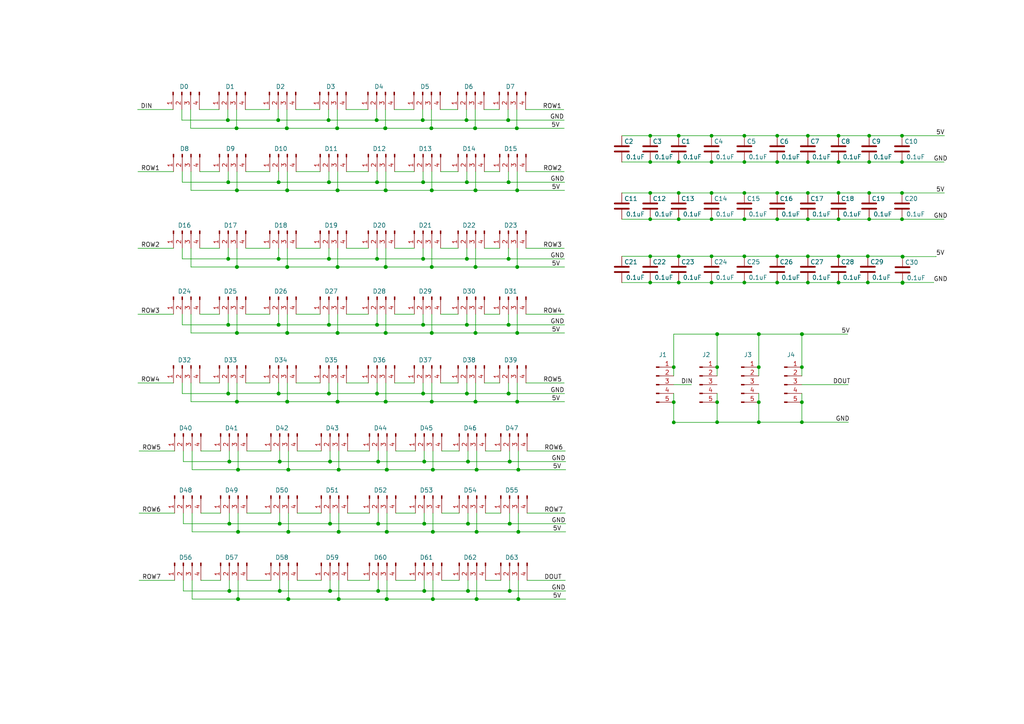
<source format=kicad_sch>
(kicad_sch (version 20211123) (generator eeschema)
  (paper "A4")
  (lib_symbols
    (symbol "Connector:Conn_01x04_Male" (pin_names (offset 1.016) hide)
      (property "Reference" "J" (at 0 5.08 0))
      (property "Value" "Conn_01x04_Male" (at 0 -7.62 0))
      (symbol "Conn_01x04_Male_1_1"
        (pin passive line (at 5.08 2.54 180) (length 3.81) (name "Pin_1") (number "1"))
        (pin passive line (at 5.08 0 180) (length 3.81) (name "Pin_2") (number "2"))
        (pin passive line (at 5.08 -2.54 180) (length 3.81) (name "Pin_3") (number "3"))
        (pin passive line (at 5.08 -5.08 180) (length 3.81) (name "Pin_4") (number "4"))
      )
    )
    (symbol "Connector:Conn_01x05_Male" (pin_names (offset 1.016) hide)
      (property "Reference" "J" (at 0 7.62 0))
      (property "Value" "Conn_01x05_Male" (at 0 -7.62 0))
      (symbol "Conn_01x05_Male_1_1"
        (pin passive line (at 5.08 5.08 180) (length 3.81) (name "Pin_1") (number "1"))
        (pin passive line (at 5.08 2.54 180) (length 3.81) (name "Pin_2") (number "2"))
        (pin passive line (at 5.08 0 180) (length 3.81) (name "Pin_3") (number "3"))
        (pin passive line (at 5.08 -2.54 180) (length 3.81) (name "Pin_4") (number "4"))
        (pin passive line (at 5.08 -5.08 180) (length 3.81) (name "Pin_5") (number "5"))
      )
    )
    (symbol "Device:C" (pin_numbers hide) (pin_names (offset 0.254))
      (property "Reference" "C" (at 0.635 2.54 0))
      (property "Value" "C" (at 0.635 -2.54 0))
      (symbol "C_1_1"
        (pin passive line (at 0 3.81 270) (length 2.794) (name "~") (number "1"))
        (pin passive line (at 0 -3.81 90) (length 2.794) (name "~") (number "2"))
      )
    )
  )
  (junction (at 83.3404 55.211))
  (junction (at 150.3405 154.2578))
  (junction (at 147.3621 34.8446))
  (junction (at 234.315 81.951))
  (junction (at 232.5759 96.9103))
  (junction (at 109.7005 171.4035))
  (junction (at 112.2405 173.7611))
  (junction (at 111.806 55.211))
  (junction (at 109.2359 34.8446))
  (junction (at 98.2705 154.2578))
  (junction (at 97.8687 77.4385))
  (junction (at 147.5485 94.2127))
  (junction (at 83.6655 136.2405))
  (junction (at 135.7441 133.8829))
  (junction (at 243.205 39.37))
  (junction (at 125.2504 55.211))
  (junction (at 97.8687 55.211))
  (junction (at 206.375 74.331))
  (junction (at 125.2504 116.507))
  (junction (at 135.7355 133.8829))
  (junction (at 188.595 55.9628))
  (junction (at 225.425 63.5828))
  (junction (at 69.0295 154.2578))
  (junction (at 83.3404 96.5703))
  (junction (at 95.7305 171.4035))
  (junction (at 243.205 81.951))
  (junction (at 147.5485 114.1494))
  (junction (at 208.0153 96.9103))
  (junction (at 232.6162 96.9103))
  (junction (at 135.4104 52.8534))
  (junction (at 225.425 81.951))
  (junction (at 215.9 46.99))
  (junction (at 109.6743 151.9002))
  (junction (at 206.375 46.99))
  (junction (at 220.0807 96.9103))
  (junction (at 196.85 46.99))
  (junction (at 135.7441 151.9002))
  (junction (at 68.7354 77.4385))
  (junction (at 147.8005 171.4035))
  (junction (at 232.5759 116.6477))
  (junction (at 261.7748 74.4514))
  (junction (at 125.5248 154.2578))
  (junction (at 112.1311 136.2405))
  (junction (at 66.5205 171.4035))
  (junction (at 138.2755 173.7611))
  (junction (at 125.2504 96.5703))
  (junction (at 135.7355 171.4035))
  (junction (at 147.8736 133.8829))
  (junction (at 66.5288 133.8829))
  (junction (at 83.2668 116.507))
  (junction (at 69.0605 136.2405))
  (junction (at 95.7305 151.9002))
  (junction (at 147.5485 52.8534))
  (junction (at 95.4119 52.8534))
  (junction (at 109.3754 94.2127))
  (junction (at 135.419 52.8534))
  (junction (at 98.2705 136.2405))
  (junction (at 188.595 46.99))
  (junction (at 196.85 74.331))
  (junction (at 147.8005 151.9002))
  (junction (at 150.3366 173.7611))
  (junction (at 68.5911 37.2022))
  (junction (at 147.4754 52.8534))
  (junction (at 123.0355 133.8829))
  (junction (at 112.1311 173.7611))
  (junction (at 147.8005 133.8829))
  (junction (at 122.7104 75.0809))
  (junction (at 150.3405 173.7611))
  (junction (at 215.9 63.5828))
  (junction (at 252.095 63.5828))
  (junction (at 69.0605 154.2578))
  (junction (at 207.9952 96.9103))
  (junction (at 150.0154 116.507))
  (junction (at 188.595 81.951))
  (junction (at 135.7355 151.9002))
  (junction (at 135.419 75.0809))
  (junction (at 252.095 39.37))
  (junction (at 68.7044 77.4385))
  (junction (at 66.5205 151.9002))
  (junction (at 83.5919 154.2578))
  (junction (at 150.0154 96.5703))
  (junction (at 125.5755 136.2405))
  (junction (at 68.7044 116.507))
  (junction (at 81.1255 133.8829))
  (junction (at 109.2621 34.8446))
  (junction (at 125.1997 55.211))
  (junction (at 68.7354 116.507))
  (junction (at 66.5288 151.9002))
  (junction (at 111.6927 37.2022))
  (junction (at 112.1311 154.2578))
  (junction (at 150.3366 136.2405))
  (junction (at 123.068 133.8829))
  (junction (at 137.9504 116.507))
  (junction (at 220.0932 96.9103))
  (junction (at 206.375 63.5828))
  (junction (at 188.595 63.5828))
  (junction (at 261.7748 81.932))
  (junction (at 196.85 55.9628))
  (junction (at 137.9504 77.4385))
  (junction (at 234.315 74.331))
  (junction (at 98.1938 154.2578))
  (junction (at 83.6655 154.2578))
  (junction (at 206.375 81.951))
  (junction (at 66.0904 34.8446))
  (junction (at 109.3492 114.1494))
  (junction (at 147.8736 151.9002))
  (junction (at 98.2705 173.7611))
  (junction (at 66.2037 114.1494))
  (junction (at 135.7441 171.4035))
  (junction (at 83.1535 37.2022))
  (junction (at 147.4754 114.1494))
  (junction (at 150.0154 77.4385))
  (junction (at 225.425 55.9628))
  (junction (at 234.315 46.99))
  (junction (at 138.2009 154.2578))
  (junction (at 135.2971 34.8446))
  (junction (at 83.5919 136.2405))
  (junction (at 68.7354 96.5703))
  (junction (at 125.1997 116.507))
  (junction (at 261.7748 82.0714))
  (junction (at 68.7354 55.211))
  (junction (at 66.5288 171.4035))
  (junction (at 138.2009 136.2405))
  (junction (at 69.0295 173.7611))
  (junction (at 251.7015 74.312))
  (junction (at 150.0115 96.5703))
  (junction (at 122.6296 34.8446))
  (junction (at 111.9154 77.4385))
  (junction (at 80.81 94.2127))
  (junction (at 261.62 55.9628))
  (junction (at 195.4091 106.4877))
  (junction (at 95.737 151.9002))
  (junction (at 138.2755 154.2578))
  (junction (at 252.095 55.9628))
  (junction (at 109.3754 52.8534))
  (junction (at 137.8758 77.4385))
  (junction (at 111.806 116.507))
  (junction (at 261.7748 74.4197))
  (junction (at 125.5248 136.2405))
  (junction (at 150.3405 136.2405))
  (junction (at 225.425 46.99))
  (junction (at 138.2755 136.2405))
  (junction (at 125.1997 96.5703))
  (junction (at 81.1255 151.9002))
  (junction (at 122.7104 52.8534))
  (junction (at 188.595 39.37))
  (junction (at 122.7104 114.1494))
  (junction (at 207.9952 116.6477))
  (junction (at 215.9 81.951))
  (junction (at 83.3404 77.4385))
  (junction (at 147.4352 34.8446))
  (junction (at 232.5759 122.4511))
  (junction (at 206.375 39.37))
  (junction (at 97.9454 116.507))
  (junction (at 95.7305 133.8829))
  (junction (at 215.9 74.331))
  (junction (at 135.3057 34.8446))
  (junction (at 150.0115 116.507))
  (junction (at 80.8004 75.0809))
  (junction (at 137.8758 96.5703))
  (junction (at 109.3492 75.0809))
  (junction (at 95.2921 34.8446))
  (junction (at 111.9154 116.507))
  (junction (at 66.1954 94.2127))
  (junction (at 97.9454 77.4385))
  (junction (at 80.6967 34.8446))
  (junction (at 95.4054 114.1494))
  (junction (at 123.0355 151.9002))
  (junction (at 232.5759 106.4877))
  (junction (at 97.9454 55.211))
  (junction (at 66.2037 52.8534))
  (junction (at 97.8687 116.507))
  (junction (at 196.85 39.37))
  (junction (at 80.8004 114.1494))
  (junction (at 68.7044 55.211))
  (junction (at 83.2668 96.5703))
  (junction (at 261.62 63.5828))
  (junction (at 66.2037 75.0809))
  (junction (at 147.4754 75.0809))
  (junction (at 80.6871 34.8446))
  (junction (at 225.425 39.37))
  (junction (at 80.81 114.1494))
  (junction (at 207.9952 122.4511))
  (junction (at 66.1954 114.1494))
  (junction (at 135.4104 114.1494))
  (junction (at 83.2668 77.4385))
  (junction (at 135.4104 75.0809))
  (junction (at 95.4119 75.0809))
  (junction (at 69.0295 136.2405))
  (junction (at 195.4091 116.6477))
  (junction (at 122.7429 52.8534))
  (junction (at 234.315 39.37))
  (junction (at 95.4119 114.1494))
  (junction (at 149.8982 37.2022))
  (junction (at 97.8321 37.2022))
  (junction (at 243.205 55.9628))
  (junction (at 150.3366 154.2578))
  (junction (at 81.1351 171.4035))
  (junction (at 125.5755 173.7611))
  (junction (at 66.1954 52.8534))
  (junction (at 95.2986 34.8446))
  (junction (at 196.85 63.5828))
  (junction (at 80.8004 52.8534))
  (junction (at 188.595 74.331))
  (junction (at 83.2271 37.2022))
  (junction (at 125.5248 173.7611))
  (junction (at 220.0807 106.4877))
  (junction (at 150.0115 55.211))
  (junction (at 207.9952 106.4877))
  (junction (at 95.4054 94.2127))
  (junction (at 138.2009 173.7611))
  (junction (at 125.1997 77.4385))
  (junction (at 112.2405 136.2405))
  (junction (at 68.7044 96.5703))
  (junction (at 109.3754 114.1494))
  (junction (at 81.1351 151.9002))
  (junction (at 215.9 55.9628))
  (junction (at 206.375 55.9628))
  (junction (at 125.5755 154.2578))
  (junction (at 147.8736 171.4035))
  (junction (at 261.62 46.99))
  (junction (at 251.7015 81.932))
  (junction (at 215.9 39.37))
  (junction (at 109.6743 171.4035))
  (junction (at 234.315 55.9628))
  (junction (at 80.81 75.0809))
  (junction (at 234.315 63.5828))
  (junction (at 95.4054 52.8534))
  (junction (at 109.3492 94.2127))
  (junction (at 66.1954 75.0809))
  (junction (at 80.8004 94.2127))
  (junction (at 220.0807 122.4511))
  (junction (at 111.806 77.4385))
  (junction (at 243.205 74.331))
  (junction (at 137.8758 55.211))
  (junction (at 68.6221 37.2022))
  (junction (at 195.412 122.5123))
  (junction (at 122.7429 75.0809))
  (junction (at 150.0154 55.211))
  (junction (at 83.6655 173.7611))
  (junction (at 137.9504 55.211))
  (junction (at 97.9454 96.5703))
  (junction (at 80.81 52.8534))
  (junction (at 147.4754 94.2127))
  (junction (at 109.3754 75.0809))
  (junction (at 137.8758 116.507))
  (junction (at 109.3492 52.8534))
  (junction (at 81.1351 133.8829))
  (junction (at 66.0821 34.8446))
  (junction (at 137.8371 37.2022))
  (junction (at 123.068 151.9002))
  (junction (at 97.8687 96.5703))
  (junction (at 122.7429 94.2127))
  (junction (at 83.2668 55.211))
  (junction (at 111.8021 37.2022))
  (junction (at 147.5485 75.0809))
  (junction (at 111.9154 55.211))
  (junction (at 261.62 39.37))
  (junction (at 220.0807 116.6477))
  (junction (at 135.4104 94.2127))
  (junction (at 135.419 94.2127))
  (junction (at 98.1938 136.2405))
  (junction (at 123.068 171.4035))
  (junction (at 125.2504 77.4385))
  (junction (at 95.4054 75.0809))
  (junction (at 81.1255 171.4035))
  (junction (at 109.7005 133.8829))
  (junction (at 111.806 96.5703))
  (junction (at 98.1938 173.7611))
  (junction (at 95.737 133.8829))
  (junction (at 135.419 114.1494))
  (junction (at 83.5919 173.7611))
  (junction (at 122.7429 114.1494))
  (junction (at 123.0355 171.4035))
  (junction (at 149.9021 37.2022))
  (junction (at 125.0864 37.2022))
  (junction (at 95.737 171.4035))
  (junction (at 252.095 46.99))
  (junction (at 112.2405 154.2578))
  (junction (at 243.205 63.5828))
  (junction (at 109.7005 151.9002))
  (junction (at 196.85 81.951))
  (junction (at 109.6743 133.8829))
  (junction (at 111.9154 96.5703))
  (junction (at 150.0115 77.4385))
  (junction (at 69.0605 173.7611))
  (junction (at 125.1371 37.2022))
  (junction (at 83.3404 116.507))
  (junction (at 66.2037 94.2127))
  (junction (at 95.4119 94.2127))
  (junction (at 122.7104 94.2127))
  (junction (at 243.205 46.99))
  (junction (at 122.5971 34.8446))
  (junction (at 137.7625 37.2022))
  (junction (at 66.5205 133.8829))
  (junction (at 137.9504 96.5703))
  (junction (at 97.7554 37.2022))
  (junction (at 225.425 74.331))
  (wire (pts (xy 55.7255 130.8096) (xy 55.7255 136.2405)))
  (wire (pts (xy 137.7625 37.2022) (xy 137.8371 37.2022)))
  (wire (pts (xy 114.7805 130.8096) (xy 120.4955 130.8096)))
  (wire (pts (xy 114.7805 168.3302) (xy 120.4955 168.3302)))
  (wire (pts (xy 97.8687 116.507) (xy 97.9454 116.507)))
  (wire (pts (xy 52.8604 49.7801) (xy 52.8604 52.8534)))
  (wire (pts (xy 57.9404 72.0076) (xy 63.6554 72.0076)))
  (wire (pts (xy 52.8604 111.0761) (xy 52.8604 114.1494)))
  (wire (pts (xy 66.1954 75.0809) (xy 66.1954 72.0076)))
  (wire (pts (xy 220.0807 122.4511) (xy 232.5759 122.4511)))
  (wire (pts (xy 188.595 55.9628) (xy 196.85 55.9628)))
  (wire (pts (xy 125.5248 136.2405) (xy 125.5755 136.2405)))
  (wire (pts (xy 100.8105 168.3302) (xy 107.1605 168.3302)))
  (wire (pts (xy 53.1855 171.4035) (xy 66.5205 171.4035)))
  (wire (pts (xy 109.6743 133.8829) (xy 109.7005 133.8829)))
  (wire (pts (xy 83.2271 37.2022) (xy 97.7554 37.2022)))
  (wire (pts (xy 127.7904 72.0076) (xy 132.8704 72.0076)))
  (wire (pts (xy 125.1371 37.2022) (xy 137.7625 37.2022)))
  (wire (pts (xy 195.4091 111.5677) (xy 200.527 111.5677)))
  (wire (pts (xy 125.2504 77.4385) (xy 137.8758 77.4385)))
  (wire (pts (xy 100.4854 91.1394) (xy 106.8354 91.1394)))
  (wire (pts (xy 55.4004 77.4385) (xy 68.7044 77.4385)))
  (wire (pts (xy 114.4554 111.0761) (xy 120.1704 111.0761)))
  (wire (pts (xy 137.9504 77.4385) (xy 137.9504 72.0076)))
  (wire (pts (xy 137.8758 77.4385) (xy 137.9504 77.4385)))
  (wire (pts (xy 128.1155 148.8269) (xy 133.1955 148.8269)))
  (wire (pts (xy 109.3754 75.0809) (xy 109.3754 72.0076)))
  (wire (pts (xy 95.4119 114.1494) (xy 109.3492 114.1494)))
  (wire (pts (xy 97.7554 37.2022) (xy 97.8321 37.2022)))
  (wire (pts (xy 150.3366 173.7611) (xy 150.3405 173.7611)))
  (wire (pts (xy 112.2405 136.2405) (xy 112.2405 130.8096)))
  (wire (pts (xy 150.3366 136.2405) (xy 150.3405 136.2405)))
  (wire (pts (xy 66.5205 133.8829) (xy 66.5205 130.8096)))
  (wire (pts (xy 81.1351 133.8829) (xy 95.7305 133.8829)))
  (wire (pts (xy 232.5759 96.9103) (xy 232.6162 96.9103)))
  (wire (pts (xy 137.8371 37.2022) (xy 137.8371 31.7713)))
  (wire (pts (xy 68.6221 37.2022) (xy 83.1535 37.2022)))
  (wire (pts (xy 243.205 63.5828) (xy 252.095 63.5828)))
  (wire (pts (xy 112.2405 136.2405) (xy 125.5248 136.2405)))
  (wire (pts (xy 52.8604 75.0809) (xy 66.1954 75.0809)))
  (wire (pts (xy 95.4054 52.8534) (xy 95.4119 52.8534)))
  (wire (pts (xy 147.4754 114.1494) (xy 147.5485 114.1494)))
  (wire (pts (xy 138.2755 173.7611) (xy 150.3366 173.7611)))
  (wire (pts (xy 53.1855 148.8269) (xy 53.1855 151.9002)))
  (wire (pts (xy 66.2037 75.0809) (xy 80.8004 75.0809)))
  (wire (pts (xy 215.9 46.99) (xy 225.425 46.99)))
  (wire (pts (xy 140.4904 49.7801) (xy 144.9354 49.7801)))
  (wire (pts (xy 152.5554 49.7801) (xy 163.6414 49.7801)))
  (wire (pts (xy 150.0154 55.211) (xy 150.0154 49.7801)))
  (wire (pts (xy 150.0154 116.507) (xy 150.0154 111.0761)))
  (wire (pts (xy 234.315 63.5828) (xy 243.205 63.5828)))
  (wire (pts (xy 188.595 74.331) (xy 196.85 74.331)))
  (wire (pts (xy 270.7802 81.932) (xy 270.7802 81.951)))
  (wire (pts (xy 66.5205 171.4035) (xy 66.5205 168.3302)))
  (wire (pts (xy 147.4754 52.8534) (xy 147.4754 49.7801)))
  (wire (pts (xy 232.5759 114.1077) (xy 232.5759 116.6477)))
  (wire (pts (xy 100.4854 49.7801) (xy 106.8354 49.7801)))
  (wire (pts (xy 66.2037 94.2127) (xy 80.8004 94.2127)))
  (wire (pts (xy 137.8758 96.5703) (xy 137.9504 96.5703)))
  (wire (pts (xy 232.5759 106.4877) (xy 232.5759 109.0277)))
  (wire (pts (xy 243.205 46.99) (xy 252.095 46.99)))
  (wire (pts (xy 111.8021 37.2022) (xy 111.8021 31.7713)))
  (wire (pts (xy 95.4119 52.8534) (xy 109.3492 52.8534)))
  (wire (pts (xy 97.9454 96.5703) (xy 111.806 96.5703)))
  (wire (pts (xy 66.0821 34.8446) (xy 66.0821 31.7713)))
  (wire (pts (xy 123.0355 133.8829) (xy 123.068 133.8829)))
  (wire (pts (xy 81.1255 171.4035) (xy 81.1351 171.4035)))
  (wire (pts (xy 86.2055 148.8269) (xy 93.1905 148.8269)))
  (wire (pts (xy 135.7441 171.4035) (xy 147.8005 171.4035)))
  (wire (pts (xy 109.2359 34.8446) (xy 109.2621 34.8446)))
  (wire (pts (xy 83.1535 37.2022) (xy 83.2271 37.2022)))
  (wire (pts (xy 152.5554 72.0076) (xy 163.6414 72.0076)))
  (wire (pts (xy 137.9504 96.5703) (xy 137.9504 91.1394)))
  (wire (pts (xy 261.62 39.37) (xy 273.9173 39.37)))
  (wire (pts (xy 40.0118 49.7801) (xy 50.3204 49.7801)))
  (wire (pts (xy 125.5248 154.2578) (xy 125.5755 154.2578)))
  (wire (pts (xy 112.1311 173.7611) (xy 112.2405 173.7611)))
  (wire (pts (xy 83.6655 136.2405) (xy 98.1938 136.2405)))
  (wire (pts (xy 232.6162 96.9103) (xy 245.8555 96.9103)))
  (wire (pts (xy 52.8604 72.0076) (xy 52.8604 75.0809)))
  (wire (pts (xy 135.419 75.0809) (xy 147.4754 75.0809)))
  (wire (pts (xy 251.7015 81.951) (xy 251.7015 81.932)))
  (wire (pts (xy 220.0807 96.9103) (xy 220.0807 106.4877)))
  (wire (pts (xy 68.5911 37.2022) (xy 68.6221 37.2022)))
  (wire (pts (xy 251.7015 74.312) (xy 261.7748 74.312)))
  (wire (pts (xy 66.5205 151.9002) (xy 66.5288 151.9002)))
  (wire (pts (xy 122.7104 52.8534) (xy 122.7104 49.7801)))
  (wire (pts (xy 80.8004 75.0809) (xy 80.8004 72.0076)))
  (wire (pts (xy 123.0355 171.4035) (xy 123.0355 168.3302)))
  (wire (pts (xy 83.3404 55.211) (xy 97.8687 55.211)))
  (wire (pts (xy 149.8982 37.2022) (xy 149.9021 37.2022)))
  (wire (pts (xy 252.095 63.5828) (xy 261.62 63.5828)))
  (wire (pts (xy 125.0864 37.2022) (xy 125.1371 37.2022)))
  (wire (pts (xy 135.7355 133.8829) (xy 135.7441 133.8829)))
  (wire (pts (xy 122.6296 34.8446) (xy 135.2971 34.8446)))
  (wire (pts (xy 109.7005 151.9002) (xy 109.7005 148.8269)))
  (wire (pts (xy 80.81 52.8534) (xy 95.4054 52.8534)))
  (wire (pts (xy 125.5755 136.2405) (xy 138.2009 136.2405)))
  (wire (pts (xy 83.6655 173.7611) (xy 83.6655 168.3302)))
  (wire (pts (xy 127.7904 49.7801) (xy 132.8704 49.7801)))
  (wire (pts (xy 55.4004 116.507) (xy 68.7044 116.507)))
  (wire (pts (xy 138.2755 154.2578) (xy 138.2755 148.8269)))
  (wire (pts (xy 243.205 55.9628) (xy 252.095 55.9628)))
  (wire (pts (xy 40.3369 148.8269) (xy 50.6455 148.8269)))
  (wire (pts (xy 252.095 55.9628) (xy 261.62 55.9628)))
  (wire (pts (xy 137.9504 55.211) (xy 150.0115 55.211)))
  (wire (pts (xy 98.2705 136.2405) (xy 112.1311 136.2405)))
  (wire (pts (xy 55.4004 96.5703) (xy 68.7044 96.5703)))
  (wire (pts (xy 111.9154 55.211) (xy 125.1997 55.211)))
  (wire (pts (xy 147.3621 34.8446) (xy 147.4352 34.8446)))
  (wire (pts (xy 100.4854 111.0761) (xy 106.8354 111.0761)))
  (wire (pts (xy 225.425 46.99) (xy 234.315 46.99)))
  (wire (pts (xy 66.2037 52.8534) (xy 80.8004 52.8534)))
  (wire (pts (xy 83.3404 77.4385) (xy 97.8687 77.4385)))
  (wire (pts (xy 196.85 55.9628) (xy 206.375 55.9628)))
  (wire (pts (xy 83.3404 96.5703) (xy 83.3404 91.1394)))
  (wire (pts (xy 261.7748 81.932) (xy 261.7748 82.0714)))
  (wire (pts (xy 55.2871 37.2022) (xy 68.5911 37.2022)))
  (wire (pts (xy 125.1371 37.2022) (xy 125.1371 31.7713)))
  (wire (pts (xy 111.9154 116.507) (xy 125.1997 116.507)))
  (wire (pts (xy 66.1954 52.8534) (xy 66.2037 52.8534)))
  (wire (pts (xy 58.2655 148.8269) (xy 63.9805 148.8269)))
  (wire (pts (xy 122.5971 34.8446) (xy 122.6296 34.8446)))
  (wire (pts (xy 80.8004 114.1494) (xy 80.81 114.1494)))
  (wire (pts (xy 122.5971 34.8446) (xy 122.5971 31.7713)))
  (wire (pts (xy 83.2668 96.5703) (xy 83.3404 96.5703)))
  (wire (pts (xy 135.7441 133.8829) (xy 147.8005 133.8829)))
  (wire (pts (xy 66.2037 114.1494) (xy 80.8004 114.1494)))
  (wire (pts (xy 83.6655 136.2405) (xy 83.6655 130.8096)))
  (wire (pts (xy 68.7354 116.507) (xy 83.2668 116.507)))
  (wire (pts (xy 225.425 81.951) (xy 234.315 81.951)))
  (wire (pts (xy 147.4754 52.8534) (xy 147.5485 52.8534)))
  (wire (pts (xy 55.7255 136.2405) (xy 69.0295 136.2405)))
  (wire (pts (xy 83.5919 154.2578) (xy 83.6655 154.2578)))
  (wire (pts (xy 52.7471 31.7713) (xy 52.7471 34.8446)))
  (wire (pts (xy 206.375 46.99) (xy 215.9 46.99)))
  (wire (pts (xy 125.5248 173.7611) (xy 125.5755 173.7611)))
  (wire (pts (xy 69.0605 154.2578) (xy 83.5919 154.2578)))
  (wire (pts (xy 135.2971 34.8446) (xy 135.3057 34.8446)))
  (wire (pts (xy 125.1997 77.4385) (xy 125.2504 77.4385)))
  (wire (pts (xy 109.7005 133.8829) (xy 123.0355 133.8829)))
  (wire (pts (xy 135.419 52.8534) (xy 147.4754 52.8534)))
  (wire (pts (xy 261.7748 74.312) (xy 261.7748 74.4197)))
  (wire (pts (xy 147.8005 171.4035) (xy 147.8005 168.3302)))
  (wire (pts (xy 52.7471 34.8446) (xy 66.0821 34.8446)))
  (wire (pts (xy 140.8155 130.8096) (xy 145.2605 130.8096)))
  (wire (pts (xy 98.1938 154.2578) (xy 98.2705 154.2578)))
  (wire (pts (xy 137.9504 96.5703) (xy 150.0115 96.5703)))
  (wire (pts (xy 125.5755 173.7611) (xy 138.2009 173.7611)))
  (wire (pts (xy 243.205 74.331) (xy 251.7015 74.331)))
  (wire (pts (xy 80.81 114.1494) (xy 95.4054 114.1494)))
  (wire (pts (xy 122.7429 94.2127) (xy 135.4104 94.2127)))
  (wire (pts (xy 234.315 81.951) (xy 243.205 81.951)))
  (wire (pts (xy 66.1954 94.2127) (xy 66.2037 94.2127)))
  (wire (pts (xy 206.375 63.5828) (xy 215.9 63.5828)))
  (wire (pts (xy 152.8805 168.3302) (xy 163.9665 168.3302)))
  (wire (pts (xy 234.315 46.99) (xy 243.205 46.99)))
  (wire (pts (xy 147.4754 94.2127) (xy 147.5485 94.2127)))
  (wire (pts (xy 135.7355 171.4035) (xy 135.7355 168.3302)))
  (wire (pts (xy 80.6871 34.8446) (xy 80.6871 31.7713)))
  (wire (pts (xy 55.7255 173.7611) (xy 69.0295 173.7611)))
  (wire (pts (xy 140.4904 72.0076) (xy 144.9354 72.0076)))
  (wire (pts (xy 95.4054 114.1494) (xy 95.4054 111.0761)))
  (wire (pts (xy 122.7104 94.2127) (xy 122.7104 91.1394)))
  (wire (pts (xy 195.4091 116.6477) (xy 195.4091 122.5123)))
  (wire (pts (xy 95.4119 94.2127) (xy 109.3492 94.2127)))
  (wire (pts (xy 66.5205 151.9002) (xy 66.5205 148.8269)))
  (wire (pts (xy 100.3721 31.7713) (xy 106.7221 31.7713)))
  (wire (pts (xy 114.4554 72.0076) (xy 120.1704 72.0076)))
  (wire (pts (xy 86.2055 130.8096) (xy 93.1905 130.8096)))
  (wire (pts (xy 71.2754 49.7801) (xy 78.2604 49.7801)))
  (wire (pts (xy 150.0115 116.507) (xy 150.0154 116.507)))
  (wire (pts (xy 81.1255 133.8829) (xy 81.1255 130.8096)))
  (wire (pts (xy 109.3492 52.8534) (xy 109.3754 52.8534)))
  (wire (pts (xy 111.806 116.507) (xy 111.9154 116.507)))
  (wire (pts (xy 125.1997 116.507) (xy 125.2504 116.507)))
  (wire (pts (xy 122.7104 75.0809) (xy 122.7429 75.0809)))
  (wire (pts (xy 135.7355 151.9002) (xy 135.7355 148.8269)))
  (wire (pts (xy 122.7429 52.8534) (xy 135.4104 52.8534)))
  (wire (pts (xy 97.9454 116.507) (xy 97.9454 111.0761)))
  (wire (pts (xy 125.2504 77.4385) (xy 125.2504 72.0076)))
  (wire (pts (xy 220.0807 96.9103) (xy 220.0932 96.9103)))
  (wire (pts (xy 152.8805 130.8096) (xy 163.9665 130.8096)))
  (wire (pts (xy 125.5755 154.2578) (xy 125.5755 148.8269)))
  (wire (pts (xy 97.8687 55.211) (xy 97.9454 55.211)))
  (wire (pts (xy 252.095 46.99) (xy 261.62 46.99)))
  (wire (pts (xy 111.806 77.4385) (xy 111.9154 77.4385)))
  (wire (pts (xy 196.85 39.37) (xy 206.375 39.37)))
  (wire (pts (xy 125.2504 55.211) (xy 125.2504 49.7801)))
  (wire (pts (xy 135.4104 114.1494) (xy 135.419 114.1494)))
  (wire (pts (xy 243.205 39.37) (xy 252.095 39.37)))
  (wire (pts (xy 83.2271 37.2022) (xy 83.2271 31.7713)))
  (wire (pts (xy 122.7104 75.0809) (xy 122.7104 72.0076)))
  (wire (pts (xy 180.34 74.331) (xy 188.595 74.331)))
  (wire (pts (xy 111.9154 77.4385) (xy 125.1997 77.4385)))
  (wire (pts (xy 55.4004 111.0761) (xy 55.4004 116.507)))
  (wire (pts (xy 86.2055 168.3302) (xy 93.1905 168.3302)))
  (wire (pts (xy 81.1255 151.9002) (xy 81.1351 151.9002)))
  (wire (pts (xy 125.2504 116.507) (xy 125.2504 111.0761)))
  (wire (pts (xy 243.205 81.951) (xy 251.7015 81.951)))
  (wire (pts (xy 55.7255 148.8269) (xy 55.7255 154.2578)))
  (wire (pts (xy 261.62 55.9628) (xy 273.9173 55.9628)))
  (wire (pts (xy 125.2504 96.5703) (xy 137.8758 96.5703)))
  (wire (pts (xy 135.4104 114.1494) (xy 135.4104 111.0761)))
  (wire (pts (xy 80.8004 94.2127) (xy 80.81 94.2127)))
  (wire (pts (xy 232.5759 96.9103) (xy 232.5759 106.4877)))
  (wire (pts (xy 98.2705 154.2578) (xy 98.2705 148.8269)))
  (wire (pts (xy 180.34 63.5828) (xy 188.595 63.5828)))
  (wire (pts (xy 58.2655 130.8096) (xy 63.9805 130.8096)))
  (wire (pts (xy 261.62 63.5828) (xy 273.8347 63.5828)))
  (wire (pts (xy 234.315 39.37) (xy 243.205 39.37)))
  (wire (pts (xy 207.9952 96.9103) (xy 207.9952 106.4877)))
  (wire (pts (xy 57.9404 91.1394) (xy 63.6554 91.1394)))
  (wire (pts (xy 111.9154 116.507) (xy 111.9154 111.0761)))
  (wire (pts (xy 81.1255 171.4035) (xy 81.1255 168.3302)))
  (wire (pts (xy 109.7005 171.4035) (xy 109.7005 168.3302)))
  (wire (pts (xy 123.068 151.9002) (xy 135.7355 151.9002)))
  (wire (pts (xy 98.1938 173.7611) (xy 98.2705 173.7611)))
  (wire (pts (xy 232.5759 111.5677) (xy 245.9893 111.5677)))
  (wire (pts (xy 111.9154 96.5703) (xy 125.1997 96.5703)))
  (wire (pts (xy 140.8155 148.8269) (xy 145.2605 148.8269)))
  (wire (pts (xy 206.375 81.951) (xy 215.9 81.951)))
  (wire (pts (xy 80.8004 75.0809) (xy 80.81 75.0809)))
  (wire (pts (xy 188.595 39.37) (xy 196.85 39.37)))
  (wire (pts (xy 68.7044 96.5703) (xy 68.7354 96.5703)))
  (wire (pts (xy 147.4352 34.8446) (xy 163.6414 34.8446)))
  (wire (pts (xy 83.2668 77.4385) (xy 83.3404 77.4385)))
  (wire (pts (xy 66.1954 94.2127) (xy 66.1954 91.1394)))
  (wire (pts (xy 66.1954 75.0809) (xy 66.2037 75.0809)))
  (wire (pts (xy 97.8687 96.5703) (xy 97.9454 96.5703)))
  (wire (pts (xy 95.4054 94.2127) (xy 95.4054 91.1394)))
  (wire (pts (xy 71.6005 130.8096) (xy 78.5855 130.8096)))
  (wire (pts (xy 55.2871 31.7713) (xy 55.2871 37.2022)))
  (wire (pts (xy 125.1997 55.211) (xy 125.2504 55.211)))
  (wire (pts (xy 100.8105 148.8269) (xy 107.1605 148.8269)))
  (wire (pts (xy 207.9952 122.4511) (xy 207.9952 122.5123)))
  (wire (pts (xy 57.9404 111.0761) (xy 63.6554 111.0761)))
  (wire (pts (xy 149.9021 37.2022) (xy 149.9021 31.7713)))
  (wire (pts (xy 83.3404 96.5703) (xy 97.8687 96.5703)))
  (wire (pts (xy 152.5554 111.0761) (xy 163.6414 111.0761)))
  (wire (pts (xy 135.4104 52.8534) (xy 135.4104 49.7801)))
  (wire (pts (xy 149.9021 37.2022) (xy 163.6414 37.2022)))
  (wire (pts (xy 128.1155 130.8096) (xy 133.1955 130.8096)))
  (wire (pts (xy 195.412 122.5123) (xy 207.9952 122.5123)))
  (wire (pts (xy 147.8005 133.8829) (xy 147.8736 133.8829)))
  (wire (pts (xy 111.9154 77.4385) (xy 111.9154 72.0076)))
  (wire (pts (xy 109.7005 151.9002) (xy 123.0355 151.9002)))
  (wire (pts (xy 152.5554 91.1394) (xy 163.6414 91.1394)))
  (wire (pts (xy 112.1311 154.2578) (xy 112.2405 154.2578)))
  (wire (pts (xy 122.7429 75.0809) (xy 135.4104 75.0809)))
  (wire (pts (xy 114.7805 148.8269) (xy 120.4955 148.8269)))
  (wire (pts (xy 80.6967 34.8446) (xy 95.2921 34.8446)))
  (wire (pts (xy 109.3754 94.2127) (xy 122.7104 94.2127)))
  (wire (pts (xy 85.8804 91.1394) (xy 92.8654 91.1394)))
  (wire (pts (xy 95.4054 75.0809) (xy 95.4119 75.0809)))
  (wire (pts (xy 69.0295 154.2578) (xy 69.0605 154.2578)))
  (wire (pts (xy 147.5485 114.1494) (xy 163.7547 114.1494)))
  (wire (pts (xy 66.5205 133.8829) (xy 66.5288 133.8829)))
  (wire (pts (xy 215.9 81.951) (xy 225.425 81.951)))
  (wire (pts (xy 85.7671 31.7713) (xy 92.7521 31.7713)))
  (wire (pts (xy 147.8736 133.8829) (xy 164.0798 133.8829)))
  (wire (pts (xy 68.7354 77.4385) (xy 68.7354 72.0076)))
  (wire (pts (xy 52.8604 94.2127) (xy 66.1954 94.2127)))
  (wire (pts (xy 71.6005 168.3302) (xy 78.5855 168.3302)))
  (wire (pts (xy 95.4054 75.0809) (xy 95.4054 72.0076)))
  (wire (pts (xy 122.7429 114.1494) (xy 135.4104 114.1494)))
  (wire (pts (xy 137.9504 116.507) (xy 150.0115 116.507)))
  (wire (pts (xy 127.7904 91.1394) (xy 132.8704 91.1394)))
  (wire (pts (xy 150.0154 96.5703) (xy 150.0154 91.1394)))
  (wire (pts (xy 123.0355 171.4035) (xy 123.068 171.4035)))
  (wire (pts (xy 206.375 74.331) (xy 215.9 74.331)))
  (wire (pts (xy 195.4091 106.4877) (xy 195.4091 109.0277)))
  (wire (pts (xy 80.8004 52.8534) (xy 80.8004 49.7801)))
  (wire (pts (xy 83.2668 116.507) (xy 83.3404 116.507)))
  (wire (pts (xy 109.7005 171.4035) (xy 123.0355 171.4035)))
  (wire (pts (xy 55.7255 168.3302) (xy 55.7255 173.7611)))
  (wire (pts (xy 69.0295 136.2405) (xy 69.0605 136.2405)))
  (wire (pts (xy 188.595 63.5828) (xy 196.85 63.5828)))
  (wire (pts (xy 195.4091 114.1077) (xy 195.4091 116.6477)))
  (wire (pts (xy 180.34 46.99) (xy 188.595 46.99)))
  (wire (pts (xy 150.0154 77.4385) (xy 163.7547 77.4385)))
  (wire (pts (xy 225.425 63.5828) (xy 234.315 63.5828)))
  (wire (pts (xy 95.737 171.4035) (xy 109.6743 171.4035)))
  (wire (pts (xy 111.8021 37.2022) (xy 125.0864 37.2022)))
  (wire (pts (xy 125.5755 173.7611) (xy 125.5755 168.3302)))
  (wire (pts (xy 95.4119 75.0809) (xy 109.3492 75.0809)))
  (wire (pts (xy 66.0821 34.8446) (xy 66.0904 34.8446)))
  (wire (pts (xy 95.4054 94.2127) (xy 95.4119 94.2127)))
  (wire (pts (xy 111.9154 55.211) (xy 111.9154 49.7801)))
  (wire (pts (xy 83.2668 55.211) (xy 83.3404 55.211)))
  (wire (pts (xy 196.85 81.951) (xy 206.375 81.951)))
  (wire (pts (xy 147.5485 52.8534) (xy 163.7547 52.8534)))
  (wire (pts (xy 150.3405 154.2578) (xy 164.0798 154.2578)))
  (wire (pts (xy 147.3621 34.8446) (xy 147.3621 31.7713)))
  (wire (pts (xy 150.0154 77.4385) (xy 150.0154 72.0076)))
  (wire (pts (xy 81.1255 133.8829) (xy 81.1351 133.8829)))
  (wire (pts (xy 66.5288 133.8829) (xy 81.1255 133.8829)))
  (wire (pts (xy 180.34 55.9628) (xy 188.595 55.9628)))
  (wire (pts (xy 225.425 39.37) (xy 234.315 39.37)))
  (wire (pts (xy 220.0807 116.6477) (xy 220.0807 122.4511)))
  (wire (pts (xy 127.6771 31.7713) (xy 132.7571 31.7713)))
  (wire (pts (xy 69.0295 173.7611) (xy 69.0605 173.7611)))
  (wire (pts (xy 95.7305 151.9002) (xy 95.7305 148.8269)))
  (wire (pts (xy 95.2986 34.8446) (xy 109.2359 34.8446)))
  (wire (pts (xy 55.4004 72.0076) (xy 55.4004 77.4385)))
  (wire (pts (xy 83.3404 116.507) (xy 97.8687 116.507)))
  (wire (pts (xy 188.595 46.99) (xy 196.85 46.99)))
  (wire (pts (xy 207.9952 116.6477) (xy 207.9952 122.4511)))
  (wire (pts (xy 68.7354 116.507) (xy 68.7354 111.0761)))
  (wire (pts (xy 122.7104 52.8534) (xy 122.7429 52.8534)))
  (wire (pts (xy 98.2705 136.2405) (xy 98.2705 130.8096)))
  (wire (pts (xy 109.6743 171.4035) (xy 109.7005 171.4035)))
  (wire (pts (xy 69.0605 154.2578) (xy 69.0605 148.8269)))
  (wire (pts (xy 137.9504 77.4385) (xy 150.0115 77.4385)))
  (wire (pts (xy 111.6927 37.2022) (xy 111.8021 37.2022)))
  (wire (pts (xy 68.7044 116.507) (xy 68.7354 116.507)))
  (wire (pts (xy 125.2504 55.211) (xy 137.8758 55.211)))
  (wire (pts (xy 109.3754 114.1494) (xy 109.3754 111.0761)))
  (wire (pts (xy 215.9 63.5828) (xy 225.425 63.5828)))
  (wire (pts (xy 150.3405 173.7611) (xy 164.0798 173.7611)))
  (wire (pts (xy 137.9504 55.211) (xy 137.9504 49.7801)))
  (wire (pts (xy 138.2755 173.7611) (xy 138.2755 168.3302)))
  (wire (pts (xy 234.315 74.331) (xy 243.205 74.331)))
  (wire (pts (xy 40.0118 72.0076) (xy 50.3204 72.0076)))
  (wire (pts (xy 52.8604 52.8534) (xy 66.1954 52.8534)))
  (wire (pts (xy 85.8804 49.7801) (xy 92.8654 49.7801)))
  (wire (pts (xy 80.8004 114.1494) (xy 80.8004 111.0761)))
  (wire (pts (xy 83.6655 173.7611) (xy 98.1938 173.7611)))
  (wire (pts (xy 123.0355 151.9002) (xy 123.068 151.9002)))
  (wire (pts (xy 109.3492 94.2127) (xy 109.3754 94.2127)))
  (wire (pts (xy 83.3404 116.507) (xy 83.3404 111.0761)))
  (wire (pts (xy 68.7354 55.211) (xy 68.7354 49.7801)))
  (wire (pts (xy 123.068 171.4035) (xy 135.7355 171.4035)))
  (wire (pts (xy 109.3492 75.0809) (xy 109.3754 75.0809)))
  (wire (pts (xy 95.7305 171.4035) (xy 95.737 171.4035)))
  (wire (pts (xy 85.8804 72.0076) (xy 92.8654 72.0076)))
  (wire (pts (xy 127.7904 111.0761) (xy 132.8704 111.0761)))
  (wire (pts (xy 109.3754 52.8534) (xy 122.7104 52.8534)))
  (wire (pts (xy 57.9404 49.7801) (xy 63.6554 49.7801)))
  (wire (pts (xy 68.7354 96.5703) (xy 83.2668 96.5703)))
  (wire (pts (xy 123.0355 151.9002) (xy 123.0355 148.8269)))
  (wire (pts (xy 138.2009 173.7611) (xy 138.2755 173.7611)))
  (wire (pts (xy 114.3421 31.7713) (xy 120.0571 31.7713)))
  (wire (pts (xy 147.8736 151.9002) (xy 164.0798 151.9002)))
  (wire (pts (xy 97.9454 77.4385) (xy 111.806 77.4385)))
  (wire (pts (xy 55.7255 154.2578) (xy 69.0295 154.2578)))
  (wire (pts (xy 137.8758 55.211) (xy 137.9504 55.211)))
  (wire (pts (xy 150.0154 55.211) (xy 163.7547 55.211)))
  (wire (pts (xy 195.4091 106.4877) (xy 195.4091 96.9103)))
  (wire (pts (xy 111.806 96.5703) (xy 111.9154 96.5703)))
  (wire (pts (xy 97.8687 77.4385) (xy 97.9454 77.4385)))
  (wire (pts (xy 71.6005 148.8269) (xy 78.5855 148.8269)))
  (wire (pts (xy 234.315 55.9628) (xy 243.205 55.9628)))
  (wire (pts (xy 150.0154 96.5703) (xy 163.7547 96.5703)))
  (wire (pts (xy 98.2705 173.7611) (xy 112.1311 173.7611)))
  (wire (pts (xy 196.85 74.331) (xy 206.375 74.331)))
  (wire (pts (xy 71.2754 72.0076) (xy 78.2604 72.0076)))
  (wire (pts (xy 100.8105 130.8096) (xy 107.1605 130.8096)))
  (wire (pts (xy 97.9454 55.211) (xy 97.9454 49.7801)))
  (wire (pts (xy 112.2405 154.2578) (xy 125.5248 154.2578)))
  (wire (pts (xy 135.7355 171.4035) (xy 135.7441 171.4035)))
  (wire (pts (xy 40.0118 91.1394) (xy 50.3204 91.1394)))
  (wire (pts (xy 150.0115 77.4385) (xy 150.0154 77.4385)))
  (wire (pts (xy 97.9454 55.211) (xy 111.806 55.211)))
  (wire (pts (xy 109.2621 34.8446) (xy 109.2621 31.7713)))
  (wire (pts (xy 261.62 46.99) (xy 273.8347 46.99)))
  (wire (pts (xy 135.7441 151.9002) (xy 147.8005 151.9002)))
  (wire (pts (xy 68.7354 96.5703) (xy 68.7354 91.1394)))
  (wire (pts (xy 140.8155 168.3302) (xy 145.2605 168.3302)))
  (wire (pts (xy 206.375 55.9628) (xy 215.9 55.9628)))
  (wire (pts (xy 150.3405 173.7611) (xy 150.3405 168.3302)))
  (wire (pts (xy 114.4554 91.1394) (xy 120.1704 91.1394)))
  (wire (pts (xy 112.2405 173.7611) (xy 112.2405 168.3302)))
  (wire (pts (xy 69.0605 136.2405) (xy 83.5919 136.2405)))
  (wire (pts (xy 135.419 114.1494) (xy 147.4754 114.1494)))
  (wire (pts (xy 147.8736 171.4035) (xy 164.0798 171.4035)))
  (wire (pts (xy 207.9952 114.1077) (xy 207.9952 116.6477)))
  (wire (pts (xy 97.8321 37.2022) (xy 111.6927 37.2022)))
  (wire (pts (xy 123.0355 133.8829) (xy 123.0355 130.8096)))
  (wire (pts (xy 97.8321 37.2022) (xy 97.8321 31.7713)))
  (wire (pts (xy 111.806 55.211) (xy 111.9154 55.211)))
  (wire (pts (xy 252.095 39.37) (xy 261.62 39.37)))
  (wire (pts (xy 52.8604 114.1494) (xy 66.1954 114.1494)))
  (wire (pts (xy 66.5205 171.4035) (xy 66.5288 171.4035)))
  (wire (pts (xy 135.4104 75.0809) (xy 135.4104 72.0076)))
  (wire (pts (xy 251.7015 81.932) (xy 261.7748 81.932)))
  (wire (pts (xy 83.6655 154.2578) (xy 98.1938 154.2578)))
  (wire (pts (xy 271.4819 74.4197) (xy 271.4819 74.331)))
  (wire (pts (xy 225.425 55.9628) (xy 234.315 55.9628)))
  (wire (pts (xy 261.7748 81.932) (xy 270.7802 81.932)))
  (wire (pts (xy 109.3754 52.8534) (xy 109.3754 49.7801)))
  (wire (pts (xy 135.3057 34.8446) (xy 147.3621 34.8446)))
  (wire (pts (xy 137.8758 116.507) (xy 137.9504 116.507)))
  (wire (pts (xy 196.85 63.5828) (xy 206.375 63.5828)))
  (wire (pts (xy 138.2755 154.2578) (xy 150.3366 154.2578)))
  (wire (pts (xy 225.425 74.331) (xy 234.315 74.331)))
  (wire (pts (xy 147.4754 94.2127) (xy 147.4754 91.1394)))
  (wire (pts (xy 95.737 133.8829) (xy 109.6743 133.8829)))
  (wire (pts (xy 97.9454 96.5703) (xy 97.9454 91.1394)))
  (wire (pts (xy 147.4754 114.1494) (xy 147.4754 111.0761)))
  (wire (pts (xy 66.1954 52.8534) (xy 66.1954 49.7801)))
  (wire (pts (xy 83.3404 77.4385) (xy 83.3404 72.0076)))
  (wire (pts (xy 195.4091 122.5123) (xy 195.412 122.5123)))
  (wire (pts (xy 215.9 55.9628) (xy 225.425 55.9628)))
  (wire (pts (xy 152.8805 148.8269) (xy 163.9665 148.8269)))
  (wire (pts (xy 40.3369 168.3302) (xy 50.6455 168.3302)))
  (wire (pts (xy 69.0605 173.7611) (xy 83.5919 173.7611)))
  (wire (pts (xy 122.7104 114.1494) (xy 122.7429 114.1494)))
  (wire (pts (xy 147.8005 151.9002) (xy 147.8005 148.8269)))
  (wire (pts (xy 98.2705 173.7611) (xy 98.2705 168.3302)))
  (wire (pts (xy 147.5485 75.0809) (xy 163.7547 75.0809)))
  (wire (pts (xy 95.7305 133.8829) (xy 95.737 133.8829)))
  (wire (pts (xy 109.3754 75.0809) (xy 122.7104 75.0809)))
  (wire (pts (xy 68.7354 77.4385) (xy 83.2668 77.4385)))
  (wire (pts (xy 80.81 75.0809) (xy 95.4054 75.0809)))
  (wire (pts (xy 83.6655 154.2578) (xy 83.6655 148.8269)))
  (wire (pts (xy 71.2754 91.1394) (xy 78.2604 91.1394)))
  (wire (pts (xy 140.3771 31.7713) (xy 144.8221 31.7713)))
  (wire (pts (xy 135.7355 133.8829) (xy 135.7355 130.8096)))
  (wire (pts (xy 125.1997 96.5703) (xy 125.2504 96.5703)))
  (wire (pts (xy 232.5759 122.4511) (xy 232.5759 116.6477)))
  (wire (pts (xy 135.4104 52.8534) (xy 135.419 52.8534)))
  (wire (pts (xy 135.4104 94.2127) (xy 135.4104 91.1394)))
  (wire (pts (xy 220.0932 96.9103) (xy 232.5759 96.9103)))
  (wire (pts (xy 122.7104 114.1494) (xy 122.7104 111.0761)))
  (wire (pts (xy 66.0904 34.8446) (xy 80.6871 34.8446)))
  (wire (pts (xy 147.8005 133.8829) (xy 147.8005 130.8096)))
  (wire (pts (xy 206.375 39.37) (xy 215.9 39.37)))
  (wire (pts (xy 80.8004 52.8534) (xy 80.81 52.8534)))
  (wire (pts (xy 220.0807 106.4877) (xy 220.0807 109.0277)))
  (wire (pts (xy 128.1155 168.3302) (xy 133.1955 168.3302)))
  (wire (pts (xy 135.7355 151.9002) (xy 135.7441 151.9002)))
  (wire (pts (xy 39.8985 31.7713) (xy 50.2071 31.7713)))
  (wire (pts (xy 261.7748 74.4197) (xy 261.7748 74.4514)))
  (wire (pts (xy 150.0154 116.507) (xy 163.7547 116.507)))
  (wire (pts (xy 109.2621 34.8446) (xy 122.5971 34.8446)))
  (wire (pts (xy 68.7044 55.211) (xy 68.7354 55.211)))
  (wire (pts (xy 52.8604 91.1394) (xy 52.8604 94.2127)))
  (wire (pts (xy 125.2504 96.5703) (xy 125.2504 91.1394)))
  (wire (pts (xy 114.4554 49.7801) (xy 120.1704 49.7801)))
  (wire (pts (xy 68.7044 77.4385) (xy 68.7354 77.4385)))
  (wire (pts (xy 138.2009 154.2578) (xy 138.2755 154.2578)))
  (wire (pts (xy 40.3369 130.8096) (xy 50.6455 130.8096)))
  (wire (pts (xy 81.1351 151.9002) (xy 95.7305 151.9002)))
  (wire (pts (xy 69.0605 136.2405) (xy 69.0605 130.8096)))
  (wire (pts (xy 147.4754 75.0809) (xy 147.4754 72.0076)))
  (wire (pts (xy 57.8271 31.7713) (xy 63.5421 31.7713)))
  (wire (pts (xy 95.4054 52.8534) (xy 95.4054 49.7801)))
  (wire (pts (xy 125.2504 116.507) (xy 137.8758 116.507)))
  (wire (pts (xy 98.1938 136.2405) (xy 98.2705 136.2405)))
  (wire (pts (xy 112.2405 154.2578) (xy 112.2405 148.8269)))
  (wire (pts (xy 53.1855 133.8829) (xy 66.5205 133.8829)))
  (wire (pts (xy 125.5755 154.2578) (xy 138.2009 154.2578)))
  (wire (pts (xy 71.1621 31.7713) (xy 78.1471 31.7713)))
  (wire (pts (xy 150.0115 55.211) (xy 150.0154 55.211)))
  (wire (pts (xy 112.1311 136.2405) (xy 112.2405 136.2405)))
  (wire (pts (xy 100.4854 72.0076) (xy 106.8354 72.0076)))
  (wire (pts (xy 123.068 133.8829) (xy 135.7355 133.8829)))
  (wire (pts (xy 135.2971 34.8446) (xy 135.2971 31.7713)))
  (wire (pts (xy 97.9454 77.4385) (xy 97.9454 72.0076)))
  (wire (pts (xy 232.5759 122.4511) (xy 246.0846 122.4511)))
  (wire (pts (xy 261.7748 74.4197) (xy 271.4819 74.4197)))
  (wire (pts (xy 55.4004 55.211) (xy 68.7044 55.211)))
  (wire (pts (xy 207.9952 96.9103) (xy 208.0153 96.9103)))
  (wire (pts (xy 66.1954 114.1494) (xy 66.1954 111.0761)))
  (wire (pts (xy 109.7005 133.8829) (xy 109.7005 130.8096)))
  (wire (pts (xy 220.0807 114.1077) (xy 220.0807 116.6477)))
  (wire (pts (xy 95.4054 114.1494) (xy 95.4119 114.1494)))
  (wire (pts (xy 138.2009 136.2405) (xy 138.2755 136.2405)))
  (wire (pts (xy 95.737 151.9002) (xy 109.6743 151.9002)))
  (wire (pts (xy 180.34 39.37) (xy 188.595 39.37)))
  (wire (pts (xy 150.3366 154.2578) (xy 150.3405 154.2578)))
  (wire (pts (xy 80.6871 34.8446) (xy 80.6967 34.8446)))
  (wire (pts (xy 85.8804 111.0761) (xy 92.8654 111.0761)))
  (wire (pts (xy 83.5919 136.2405) (xy 83.6655 136.2405)))
  (wire (pts (xy 55.4004 49.7801) (xy 55.4004 55.211)))
  (wire (pts (xy 135.4104 94.2127) (xy 135.419 94.2127)))
  (wire (pts (xy 109.6743 151.9002) (xy 109.7005 151.9002)))
  (wire (pts (xy 55.4004 91.1394) (xy 55.4004 96.5703)))
  (wire (pts (xy 83.5919 173.7611) (xy 83.6655 173.7611)))
  (wire (pts (xy 150.0115 96.5703) (xy 150.0154 96.5703)))
  (wire (pts (xy 109.3492 114.1494) (xy 109.3754 114.1494)))
  (wire (pts (xy 188.595 81.951) (xy 196.85 81.951)))
  (wire (pts (xy 111.9154 96.5703) (xy 111.9154 91.1394)))
  (wire (pts (xy 140.4904 111.0761) (xy 144.9354 111.0761)))
  (wire (pts (xy 95.7305 133.8829) (xy 95.7305 130.8096)))
  (wire (pts (xy 95.7305 171.4035) (xy 95.7305 168.3302)))
  (wire (pts (xy 152.4421 31.7713) (xy 163.5281 31.7713)))
  (wire (pts (xy 98.2705 154.2578) (xy 112.1311 154.2578)))
  (wire (pts (xy 109.3754 94.2127) (xy 109.3754 91.1394)))
  (wire (pts (xy 68.6221 37.2022) (xy 68.6221 31.7713)))
  (wire (pts (xy 180.34 81.951) (xy 188.595 81.951)))
  (wire (pts (xy 66.1954 114.1494) (xy 66.2037 114.1494)))
  (wire (pts (xy 69.0605 173.7611) (xy 69.0605 168.3302)))
  (wire (pts (xy 150.3405 136.2405) (xy 164.0798 136.2405)))
  (wire (pts (xy 71.2754 111.0761) (xy 78.2604 111.0761)))
  (wire (pts (xy 150.3405 136.2405) (xy 150.3405 130.8096)))
  (wire (pts (xy 95.7305 151.9002) (xy 95.737 151.9002)))
  (wire (pts (xy 95.2921 34.8446) (xy 95.2986 34.8446)))
  (wire (pts (xy 53.1855 130.8096) (xy 53.1855 133.8829)))
  (wire (pts (xy 53.1855 151.9002) (xy 66.5205 151.9002)))
  (wire (pts (xy 135.419 94.2127) (xy 147.4754 94.2127)))
  (wire (pts (xy 135.4104 75.0809) (xy 135.419 75.0809)))
  (wire (pts (xy 81.1255 151.9002) (xy 81.1255 148.8269)))
  (wire (pts (xy 40.0118 111.0761) (xy 50.3204 111.0761)))
  (wire (pts (xy 207.9952 106.4877) (xy 207.9952 109.0277)))
  (wire (pts (xy 251.7015 74.331) (xy 251.7015 74.312)))
  (wire (pts (xy 122.7104 94.2127) (xy 122.7429 94.2127)))
  (wire (pts (xy 109.3754 114.1494) (xy 122.7104 114.1494)))
  (wire (pts (xy 58.2655 168.3302) (xy 63.9805 168.3302)))
  (wire (pts (xy 125.5755 136.2405) (xy 125.5755 130.8096)))
  (wire (pts (xy 95.2921 34.8446) (xy 95.2921 31.7713)))
  (wire (pts (xy 147.5485 94.2127) (xy 163.7547 94.2127)))
  (wire (pts (xy 150.3405 154.2578) (xy 150.3405 148.8269)))
  (wire (pts (xy 196.85 46.99) (xy 206.375 46.99)))
  (wire (pts (xy 147.4754 75.0809) (xy 147.5485 75.0809)))
  (wire (pts (xy 138.2755 136.2405) (xy 138.2755 130.8096)))
  (wire (pts (xy 83.3404 55.211) (xy 83.3404 49.7801)))
  (wire (pts (xy 215.9 39.37) (xy 225.425 39.37)))
  (wire (pts (xy 137.8371 37.2022) (xy 149.8982 37.2022)))
  (wire (pts (xy 207.9952 122.4511) (xy 220.0807 122.4511)))
  (wire (pts (xy 195.4091 96.9103) (xy 207.9952 96.9103)))
  (wire (pts (xy 208.0153 96.9103) (xy 220.0807 96.9103)))
  (wire (pts (xy 138.2755 136.2405) (xy 150.3366 136.2405)))
  (wire (pts (xy 112.2405 173.7611) (xy 125.5248 173.7611)))
  (wire (pts (xy 80.8004 94.2127) (xy 80.8004 91.1394)))
  (wire (pts (xy 140.4904 91.1394) (xy 144.9354 91.1394)))
  (wire (pts (xy 147.8005 151.9002) (xy 147.8736 151.9002)))
  (wire (pts (xy 68.7354 55.211) (xy 83.2668 55.211)))
  (wire (pts (xy 137.9504 116.507) (xy 137.9504 111.0761)))
  (wire (pts (xy 66.5288 171.4035) (xy 81.1255 171.4035)))
  (wire (pts (xy 97.9454 116.507) (xy 111.806 116.507)))
  (wire (pts (xy 215.9 74.331) (xy 225.425 74.331)))
  (wire (pts (xy 81.1351 171.4035) (xy 95.7305 171.4035)))
  (wire (pts (xy 66.5288 151.9002) (xy 81.1255 151.9002)))
  (wire (pts (xy 147.8005 171.4035) (xy 147.8736 171.4035)))
  (wire (pts (xy 53.1855 168.3302) (xy 53.1855 171.4035)))
  (wire (pts (xy 80.81 94.2127) (xy 95.4054 94.2127)))
  (label "GND" (at 159.6363 75.0809 0))
  (label "GND" (at 270.7802 46.99 0))
  (label "5V" (at 271.4819 55.9628 0))
  (label "ROW7" (at 41.2253 168.3302 0))
  (label "GND" (at 270.7802 81.951 0))
  (label "ROW3" (at 157.535 72.0076 0))
  (label "5V" (at 159.995 96.5703 0))
  (label "ROW3" (at 40.9002 91.1394 0))
  (label "5V" (at 160.3201 154.2578 0))
  (label "5V" (at 244.0269 96.9103 0))
  (label "DIN" (at 197.5328 111.5677 0))
  (label "ROW5" (at 41.2253 130.8096 0))
  (label "GND" (at 159.6363 52.8534 0))
  (label "ROW7" (at 157.8601 148.8269 0))
  (label "ROW1" (at 157.4217 31.7713 0))
  (label "ROW2" (at 40.9002 72.0076 0))
  (label "ROW1" (at 40.9002 49.7801 0))
  (label "GND" (at 159.9614 171.4035 0))
  (label "ROW4" (at 157.535 91.1394 0))
  (label "GND" (at 270.7802 63.5828 0))
  (label "GND" (at 159.523 34.8446 0))
  (label "5V" (at 159.995 77.4385 0))
  (label "ROW5" (at 157.535 111.0761 0))
  (label "5V" (at 160.3201 136.2405 0))
  (label "GND" (at 159.9614 151.9002 0))
  (label "5V" (at 159.995 116.507 0))
  (label "ROW6" (at 41.2253 148.8269 0))
  (label "ROW6" (at 157.8601 130.8096 0))
  (label "5V" (at 159.8817 37.2022 0))
  (label "ROW4" (at 40.9002 111.0761 0))
  (label "GND" (at 159.6363 94.2127 0))
  (label "GND" (at 242.3542 122.4511 0))
  (label "5V" (at 271.4819 39.37 0))
  (label "DOUT" (at 157.8601 168.3302 0))
  (label "ROW2" (at 157.535 49.7801 0))
  (label "5V" (at 159.995 55.211 0))
  (label "5V" (at 271.4819 74.331 0))
  (label "DIN" (at 40.7869 31.7713 0))
  (label "DOUT" (at 241.5789 111.5677 0))
  (label "GND" (at 159.9614 133.8829 0))
  (label "5V" (at 160.3201 173.7611 0))
  (label "GND" (at 159.6363 114.1494 0))
  (symbol (lib_id "Connector:Conn_01x04_Male") (at 66.1954 44.7001 90) (mirror x) (unit 1)
    (property "Reference" "D9" (at 66.8446 43.1284 90))
    (property "Value" "Conn_01x04_Male" (effects hide))
    (property "Footprint" "LED_THT:LED_D5.0mm-4_RGB" (effects hide))
  )
  (symbol (lib_id "Connector:Conn_01x04_Male") (at 147.8005 163.2502 90) (mirror x) (unit 1)
    (property "Reference" "D63" (at 148.4497 161.6785 90))
    (property "Value" "Conn_01x04_Male" (effects hide))
    (property "Footprint" "LED_THT:LED_D5.0mm-4_RGB" (effects hide))
  )
  (symbol (lib_id "Device:C") (at 252.095 59.7728 0) (unit 1)
    (property "Reference" "C19" (at 252.7945 57.6179 0) (effects (justify left)))
    (property "Value" "0.1uF" (at 253.2898 62.117 0) (effects (justify left)))
    (property "Footprint" "Capacitor_SMD:C_1210_3225Metric_Pad1.33x2.70mm_HandSolder" (effects hide))
  )
  (symbol (lib_id "Connector:Conn_01x04_Male") (at 80.8004 44.7001 90) (mirror x) (unit 1)
    (property "Reference" "D10" (at 81.4496 43.1284 90))
    (property "Value" "Conn_01x04_Male" (effects hide))
    (property "Footprint" "LED_THT:LED_D5.0mm-4_RGB" (effects hide))
  )
  (symbol (lib_id "Device:C") (at 196.85 78.141 0) (unit 1)
    (property "Reference" "C23" (at 197.5495 75.9861 0) (effects (justify left)))
    (property "Value" "0.1uF" (at 198.0448 80.4852 0) (effects (justify left)))
    (property "Footprint" "Capacitor_SMD:C_1210_3225Metric_Pad1.33x2.70mm_HandSolder" (effects hide))
  )
  (symbol (lib_id "Connector:Conn_01x04_Male") (at 135.4104 44.7001 90) (mirror x) (unit 1)
    (property "Reference" "D14" (at 136.0596 43.1284 90))
    (property "Value" "Conn_01x04_Male" (effects hide))
    (property "Footprint" "LED_THT:LED_D5.0mm-4_RGB" (effects hide))
  )
  (symbol (lib_id "Connector:Conn_01x04_Male") (at 95.4054 66.9276 90) (mirror x) (unit 1)
    (property "Reference" "D19" (at 96.0546 65.3559 90))
    (property "Value" "Conn_01x04_Male" (effects hide))
    (property "Footprint" "LED_THT:LED_D5.0mm-4_RGB" (effects hide))
  )
  (symbol (lib_id "Connector:Conn_01x04_Male") (at 109.7005 143.7469 90) (mirror x) (unit 1)
    (property "Reference" "D52" (at 110.3497 142.1752 90))
    (property "Value" "Conn_01x04_Male" (effects hide))
    (property "Footprint" "LED_THT:LED_D5.0mm-4_RGB" (effects hide))
  )
  (symbol (lib_id "Connector:Conn_01x04_Male") (at 52.8604 66.9276 90) (mirror x) (unit 1)
    (property "Reference" "D16" (at 53.5096 65.3559 90))
    (property "Value" "Conn_01x04_Male" (effects hide))
    (property "Footprint" "LED_THT:LED_D5.0mm-4_RGB" (effects hide))
  )
  (symbol (lib_id "Connector:Conn_01x05_Male") (at 190.3291 111.5677 0) (unit 1)
    (property "Reference" "J1" (at 192.2514 102.8967 0))
    (property "Value" "Conn_01x05_Male" (effects hide))
    (property "Footprint" "Connector_PinHeader_2.54mm:PinHeader_1x05_P2.54mm_Vertical" (effects hide))
  )
  (symbol (lib_id "Connector:Conn_01x04_Male") (at 147.4754 86.0594 90) (mirror x) (unit 1)
    (property "Reference" "D31" (at 148.1246 84.4877 90))
    (property "Value" "Conn_01x04_Male" (effects hide))
    (property "Footprint" "LED_THT:LED_D5.0mm-4_RGB" (effects hide))
  )
  (symbol (lib_id "Connector:Conn_01x04_Male") (at 95.2921 26.6913 90) (mirror x) (unit 1)
    (property "Reference" "D3" (at 95.9413 25.1196 90))
    (property "Value" "Conn_01x04_Male" (effects hide))
    (property "Footprint" "LED_THT:LED_D5.0mm-4_RGB" (effects hide))
  )
  (symbol (lib_id "Connector:Conn_01x04_Male") (at 147.4754 105.9961 90) (mirror x) (unit 1)
    (property "Reference" "D39" (at 148.1246 104.4244 90))
    (property "Value" "Conn_01x04_Male" (effects hide))
    (property "Footprint" "LED_THT:LED_D5.0mm-4_RGB" (effects hide))
  )
  (symbol (lib_id "Connector:Conn_01x04_Male") (at 80.8004 105.9961 90) (mirror x) (unit 1)
    (property "Reference" "D34" (at 81.4496 104.4244 90))
    (property "Value" "Conn_01x04_Male" (effects hide))
    (property "Footprint" "LED_THT:LED_D5.0mm-4_RGB" (effects hide))
  )
  (symbol (lib_id "Connector:Conn_01x04_Male") (at 53.1855 163.2502 90) (mirror x) (unit 1)
    (property "Reference" "D56" (at 53.8347 161.6785 90))
    (property "Value" "Conn_01x04_Male" (effects hide))
    (property "Footprint" "LED_THT:LED_D5.0mm-4_RGB" (effects hide))
  )
  (symbol (lib_id "Device:C") (at 180.34 78.141 0) (unit 1)
    (property "Reference" "C21" (at 181.0395 75.9861 0) (effects (justify left)))
    (property "Value" "0.1uF" (at 181.5348 80.4852 0) (effects (justify left)))
    (property "Footprint" "Capacitor_SMD:C_1210_3225Metric_Pad1.33x2.70mm_HandSolder" (effects hide))
  )
  (symbol (lib_id "Connector:Conn_01x04_Male") (at 66.5205 143.7469 90) (mirror x) (unit 1)
    (property "Reference" "D49" (at 67.1697 142.1752 90))
    (property "Value" "Conn_01x04_Male" (effects hide))
    (property "Footprint" "LED_THT:LED_D5.0mm-4_RGB" (effects hide))
  )
  (symbol (lib_id "Connector:Conn_01x04_Male") (at 109.7005 125.7296 90) (mirror x) (unit 1)
    (property "Reference" "D44" (at 110.3497 124.1579 90))
    (property "Value" "Conn_01x04_Male" (effects hide))
    (property "Footprint" "LED_THT:LED_D5.0mm-4_RGB" (effects hide))
  )
  (symbol (lib_id "Device:C") (at 251.7015 78.122 0) (unit 1)
    (property "Reference" "C29" (at 252.401 75.9671 0) (effects (justify left)))
    (property "Value" "0.1uF" (at 252.8963 80.4662 0) (effects (justify left)))
    (property "Footprint" "Capacitor_SMD:C_1210_3225Metric_Pad1.33x2.70mm_HandSolder" (effects hide))
  )
  (symbol (lib_id "Connector:Conn_01x04_Male") (at 135.4104 66.9276 90) (mirror x) (unit 1)
    (property "Reference" "D22" (at 136.0596 65.3559 90))
    (property "Value" "Conn_01x04_Male" (effects hide))
    (property "Footprint" "LED_THT:LED_D5.0mm-4_RGB" (effects hide))
  )
  (symbol (lib_id "Device:C") (at 188.595 59.7728 0) (unit 1)
    (property "Reference" "C12" (at 189.2945 57.6179 0) (effects (justify left)))
    (property "Value" "0.1uF" (at 189.7898 62.117 0) (effects (justify left)))
    (property "Footprint" "Capacitor_SMD:C_1210_3225Metric_Pad1.33x2.70mm_HandSolder" (effects hide))
  )
  (symbol (lib_id "Connector:Conn_01x04_Male") (at 122.7104 44.7001 90) (mirror x) (unit 1)
    (property "Reference" "D13" (at 123.3596 43.1284 90))
    (property "Value" "Conn_01x04_Male" (effects hide))
    (property "Footprint" "LED_THT:LED_D5.0mm-4_RGB" (effects hide))
  )
  (symbol (lib_id "Connector:Conn_01x04_Male") (at 109.3754 105.9961 90) (mirror x) (unit 1)
    (property "Reference" "D36" (at 110.0246 104.4244 90))
    (property "Value" "Conn_01x04_Male" (effects hide))
    (property "Footprint" "LED_THT:LED_D5.0mm-4_RGB" (effects hide))
  )
  (symbol (lib_id "Device:C") (at 215.9 59.7728 0) (unit 1)
    (property "Reference" "C15" (at 216.5995 57.6179 0) (effects (justify left)))
    (property "Value" "0.1uF" (at 217.0948 62.117 0) (effects (justify left)))
    (property "Footprint" "Capacitor_SMD:C_1210_3225Metric_Pad1.33x2.70mm_HandSolder" (effects hide))
  )
  (symbol (lib_id "Connector:Conn_01x04_Male") (at 123.0355 125.7296 90) (mirror x) (unit 1)
    (property "Reference" "D45" (at 123.6847 124.1579 90))
    (property "Value" "Conn_01x04_Male" (effects hide))
    (property "Footprint" "LED_THT:LED_D5.0mm-4_RGB" (effects hide))
  )
  (symbol (lib_id "Connector:Conn_01x04_Male") (at 147.4754 44.7001 90) (mirror x) (unit 1)
    (property "Reference" "D15" (at 148.1246 43.1284 90))
    (property "Value" "Conn_01x04_Male" (effects hide))
    (property "Footprint" "LED_THT:LED_D5.0mm-4_RGB" (effects hide))
  )
  (symbol (lib_id "Connector:Conn_01x04_Male") (at 80.8004 86.0594 90) (mirror x) (unit 1)
    (property "Reference" "D26" (at 81.4496 84.4877 90))
    (property "Value" "Conn_01x04_Male" (effects hide))
    (property "Footprint" "LED_THT:LED_D5.0mm-4_RGB" (effects hide))
  )
  (symbol (lib_id "Device:C") (at 243.205 59.7728 0) (unit 1)
    (property "Reference" "C18" (at 243.9045 57.6179 0) (effects (justify left)))
    (property "Value" "0.1uF" (at 244.3998 62.117 0) (effects (justify left)))
    (property "Footprint" "Capacitor_SMD:C_1210_3225Metric_Pad1.33x2.70mm_HandSolder" (effects hide))
  )
  (symbol (lib_id "Connector:Conn_01x04_Male") (at 81.1255 125.7296 90) (mirror x) (unit 1)
    (property "Reference" "D42" (at 81.7747 124.1579 90))
    (property "Value" "Conn_01x04_Male" (effects hide))
    (property "Footprint" "LED_THT:LED_D5.0mm-4_RGB" (effects hide))
  )
  (symbol (lib_id "Connector:Conn_01x04_Male") (at 66.1954 86.0594 90) (mirror x) (unit 1)
    (property "Reference" "D25" (at 66.8446 84.4877 90))
    (property "Value" "Conn_01x04_Male" (effects hide))
    (property "Footprint" "LED_THT:LED_D5.0mm-4_RGB" (effects hide))
  )
  (symbol (lib_id "Connector:Conn_01x04_Male") (at 80.6871 26.6913 90) (mirror x) (unit 1)
    (property "Reference" "D2" (at 81.3363 25.1196 90))
    (property "Value" "Conn_01x04_Male" (effects hide))
    (property "Footprint" "LED_THT:LED_D5.0mm-4_RGB" (effects hide))
  )
  (symbol (lib_id "Connector:Conn_01x04_Male") (at 109.2621 26.6913 90) (mirror x) (unit 1)
    (property "Reference" "D4" (at 109.9113 25.1196 90))
    (property "Value" "Conn_01x04_Male" (effects hide))
    (property "Footprint" "LED_THT:LED_D5.0mm-4_RGB" (effects hide))
  )
  (symbol (lib_id "Connector:Conn_01x04_Male") (at 53.1855 125.7296 90) (mirror x) (unit 1)
    (property "Reference" "D40" (at 53.8347 124.1579 90))
    (property "Value" "Conn_01x04_Male" (effects hide))
    (property "Footprint" "LED_THT:LED_D5.0mm-4_RGB" (effects hide))
  )
  (symbol (lib_id "Device:C") (at 225.425 78.141 0) (unit 1)
    (property "Reference" "C26" (at 226.1245 75.9861 0) (effects (justify left)))
    (property "Value" "0.1uF" (at 226.6198 80.4852 0) (effects (justify left)))
    (property "Footprint" "Capacitor_SMD:C_1210_3225Metric_Pad1.33x2.70mm_HandSolder" (effects hide))
  )
  (symbol (lib_id "Connector:Conn_01x04_Male") (at 52.8604 86.0594 90) (mirror x) (unit 1)
    (property "Reference" "D24" (at 53.5096 84.4877 90))
    (property "Value" "Conn_01x04_Male" (effects hide))
    (property "Footprint" "LED_THT:LED_D5.0mm-4_RGB" (effects hide))
  )
  (symbol (lib_id "Connector:Conn_01x04_Male") (at 52.7471 26.6913 90) (mirror x) (unit 1)
    (property "Reference" "D0" (at 53.3963 25.1196 90))
    (property "Value" "Conn_01x04_Male" (effects hide))
    (property "Footprint" "LED_THT:LED_D5.0mm-4_RGB" (effects hide))
  )
  (symbol (lib_id "Device:C") (at 225.425 59.7728 0) (unit 1)
    (property "Reference" "C16" (at 226.1245 57.6179 0) (effects (justify left)))
    (property "Value" "0.1uF" (at 226.6198 62.117 0) (effects (justify left)))
    (property "Footprint" "Capacitor_SMD:C_1210_3225Metric_Pad1.33x2.70mm_HandSolder" (effects hide))
  )
  (symbol (lib_id "Connector:Conn_01x04_Male") (at 66.0821 26.6913 90) (mirror x) (unit 1)
    (property "Reference" "D1" (at 66.7313 25.1196 90))
    (property "Value" "Conn_01x04_Male" (effects hide))
    (property "Footprint" "LED_THT:LED_D5.0mm-4_RGB" (effects hide))
  )
  (symbol (lib_id "Connector:Conn_01x04_Male") (at 66.1954 66.9276 90) (mirror x) (unit 1)
    (property "Reference" "D17" (at 66.8446 65.3559 90))
    (property "Value" "Conn_01x04_Male" (effects hide))
    (property "Footprint" "LED_THT:LED_D5.0mm-4_RGB" (effects hide))
  )
  (symbol (lib_id "Connector:Conn_01x04_Male") (at 122.7104 105.9961 90) (mirror x) (unit 1)
    (property "Reference" "D37" (at 123.3596 104.4244 90))
    (property "Value" "Conn_01x04_Male" (effects hide))
    (property "Footprint" "LED_THT:LED_D5.0mm-4_RGB" (effects hide))
  )
  (symbol (lib_id "Connector:Conn_01x04_Male") (at 53.1855 143.7469 90) (mirror x) (unit 1)
    (property "Reference" "D48" (at 53.8347 142.1752 90))
    (property "Value" "Conn_01x04_Male" (effects hide))
    (property "Footprint" "LED_THT:LED_D5.0mm-4_RGB" (effects hide))
  )
  (symbol (lib_id "Connector:Conn_01x04_Male") (at 52.8604 105.9961 90) (mirror x) (unit 1)
    (property "Reference" "D32" (at 53.5096 104.4244 90))
    (property "Value" "Conn_01x04_Male" (effects hide))
    (property "Footprint" "LED_THT:LED_D5.0mm-4_RGB" (effects hide))
  )
  (symbol (lib_id "Connector:Conn_01x04_Male") (at 135.7355 125.7296 90) (mirror x) (unit 1)
    (property "Reference" "D46" (at 136.3847 124.1579 90))
    (property "Value" "Conn_01x04_Male" (effects hide))
    (property "Footprint" "LED_THT:LED_D5.0mm-4_RGB" (effects hide))
  )
  (symbol (lib_id "Connector:Conn_01x04_Male") (at 122.7104 66.9276 90) (mirror x) (unit 1)
    (property "Reference" "D21" (at 123.3596 65.3559 90))
    (property "Value" "Conn_01x04_Male" (effects hide))
    (property "Footprint" "LED_THT:LED_D5.0mm-4_RGB" (effects hide))
  )
  (symbol (lib_id "Device:C") (at 234.315 59.7728 0) (unit 1)
    (property "Reference" "C17" (at 235.0145 57.6179 0) (effects (justify left)))
    (property "Value" "0.1uF" (at 235.5098 62.117 0) (effects (justify left)))
    (property "Footprint" "Capacitor_SMD:C_1210_3225Metric_Pad1.33x2.70mm_HandSolder" (effects hide))
  )
  (symbol (lib_id "Device:C") (at 215.9 43.18 0) (unit 1)
    (property "Reference" "C5" (at 216.5995 41.0251 0) (effects (justify left)))
    (property "Value" "0.1uF" (at 217.0948 45.5242 0) (effects (justify left)))
    (property "Footprint" "Capacitor_SMD:C_1210_3225Metric_Pad1.33x2.70mm_HandSolder" (effects hide))
  )
  (symbol (lib_id "Connector:Conn_01x04_Male") (at 66.5205 163.2502 90) (mirror x) (unit 1)
    (property "Reference" "D57" (at 67.1697 161.6785 90))
    (property "Value" "Conn_01x04_Male" (effects hide))
    (property "Footprint" "LED_THT:LED_D5.0mm-4_RGB" (effects hide))
  )
  (symbol (lib_id "Device:C") (at 206.375 59.7728 0) (unit 1)
    (property "Reference" "C14" (at 207.0745 57.6179 0) (effects (justify left)))
    (property "Value" "0.1uF" (at 207.5698 62.117 0) (effects (justify left)))
    (property "Footprint" "Capacitor_SMD:C_1210_3225Metric_Pad1.33x2.70mm_HandSolder" (effects hide))
  )
  (symbol (lib_id "Device:C") (at 215.9 78.141 0) (unit 1)
    (property "Reference" "C25" (at 216.5995 75.9861 0) (effects (justify left)))
    (property "Value" "0.1uF" (at 217.0948 80.4852 0) (effects (justify left)))
    (property "Footprint" "Capacitor_SMD:C_1210_3225Metric_Pad1.33x2.70mm_HandSolder" (effects hide))
  )
  (symbol (lib_id "Connector:Conn_01x04_Male") (at 95.7305 143.7469 90) (mirror x) (unit 1)
    (property "Reference" "D51" (at 96.3797 142.1752 90))
    (property "Value" "Conn_01x04_Male" (effects hide))
    (property "Footprint" "LED_THT:LED_D5.0mm-4_RGB" (effects hide))
  )
  (symbol (lib_id "Device:C") (at 206.375 78.141 0) (unit 1)
    (property "Reference" "C24" (at 207.0745 75.9861 0) (effects (justify left)))
    (property "Value" "0.1uF" (at 207.5698 80.4852 0) (effects (justify left)))
    (property "Footprint" "Capacitor_SMD:C_1210_3225Metric_Pad1.33x2.70mm_HandSolder" (effects hide))
  )
  (symbol (lib_id "Connector:Conn_01x04_Male") (at 147.8005 143.7469 90) (mirror x) (unit 1)
    (property "Reference" "D55" (at 148.4497 142.1752 90))
    (property "Value" "Conn_01x04_Male" (effects hide))
    (property "Footprint" "LED_THT:LED_D5.0mm-4_RGB" (effects hide))
  )
  (symbol (lib_id "Connector:Conn_01x04_Male") (at 147.8005 125.7296 90) (mirror x) (unit 1)
    (property "Reference" "D47" (at 148.4497 124.1579 90))
    (property "Value" "Conn_01x04_Male" (effects hide))
    (property "Footprint" "LED_THT:LED_D5.0mm-4_RGB" (effects hide))
  )
  (symbol (lib_id "Device:C") (at 206.375 43.18 0) (unit 1)
    (property "Reference" "C4" (at 207.0745 41.0251 0) (effects (justify left)))
    (property "Value" "0.1uF" (at 207.5698 45.5242 0) (effects (justify left)))
    (property "Footprint" "Capacitor_SMD:C_1210_3225Metric_Pad1.33x2.70mm_HandSolder" (effects hide))
  )
  (symbol (lib_id "Connector:Conn_01x04_Male") (at 109.3754 66.9276 90) (mirror x) (unit 1)
    (property "Reference" "D20" (at 110.0246 65.3559 90))
    (property "Value" "Conn_01x04_Male" (effects hide))
    (property "Footprint" "LED_THT:LED_D5.0mm-4_RGB" (effects hide))
  )
  (symbol (lib_id "Connector:Conn_01x04_Male") (at 81.1255 143.7469 90) (mirror x) (unit 1)
    (property "Reference" "D50" (at 81.7747 142.1752 90))
    (property "Value" "Conn_01x04_Male" (effects hide))
    (property "Footprint" "LED_THT:LED_D5.0mm-4_RGB" (effects hide))
  )
  (symbol (lib_id "Connector:Conn_01x04_Male") (at 95.7305 163.2502 90) (mirror x) (unit 1)
    (property "Reference" "D59" (at 96.3797 161.6785 90))
    (property "Value" "Conn_01x04_Male" (effects hide))
    (property "Footprint" "LED_THT:LED_D5.0mm-4_RGB" (effects hide))
  )
  (symbol (lib_id "Connector:Conn_01x04_Male") (at 123.0355 163.2502 90) (mirror x) (unit 1)
    (property "Reference" "D61" (at 123.6847 161.6785 90))
    (property "Value" "Conn_01x04_Male" (effects hide))
    (property "Footprint" "LED_THT:LED_D5.0mm-4_RGB" (effects hide))
  )
  (symbol (lib_id "Connector:Conn_01x04_Male") (at 95.4054 105.9961 90) (mirror x) (unit 1)
    (property "Reference" "D35" (at 96.0546 104.4244 90))
    (property "Value" "Conn_01x04_Male" (effects hide))
    (property "Footprint" "LED_THT:LED_D5.0mm-4_RGB" (effects hide))
  )
  (symbol (lib_id "Connector:Conn_01x04_Male") (at 109.3754 86.0594 90) (mirror x) (unit 1)
    (property "Reference" "D28" (at 110.0246 84.4877 90))
    (property "Value" "Conn_01x04_Male" (effects hide))
    (property "Footprint" "LED_THT:LED_D5.0mm-4_RGB" (effects hide))
  )
  (symbol (lib_id "Connector:Conn_01x04_Male") (at 109.3754 44.7001 90) (mirror x) (unit 1)
    (property "Reference" "D12" (at 110.0246 43.1284 90))
    (property "Value" "Conn_01x04_Male" (effects hide))
    (property "Footprint" "LED_THT:LED_D5.0mm-4_RGB" (effects hide))
  )
  (symbol (lib_id "Connector:Conn_01x04_Male") (at 122.5971 26.6913 90) (mirror x) (unit 1)
    (property "Reference" "D5" (at 123.2463 25.1196 90))
    (property "Value" "Conn_01x04_Male" (effects hide))
    (property "Footprint" "LED_THT:LED_D5.0mm-4_RGB" (effects hide))
  )
  (symbol (lib_id "Connector:Conn_01x05_Male") (at 202.9152 111.5677 0) (unit 1)
    (property "Reference" "J2" (at 204.8375 102.8967 0))
    (property "Value" "Conn_01x05_Male" (effects hide))
    (property "Footprint" "Connector_PinHeader_2.54mm:PinHeader_1x05_P2.54mm_Vertical" (effects hide))
  )
  (symbol (lib_id "Device:C") (at 261.7748 78.2614 0) (unit 1)
    (property "Reference" "C30" (at 262.4743 76.1065 0) (effects (justify left)))
    (property "Value" "0.1uF" (at 262.9696 80.6056 0) (effects (justify left)))
    (property "Footprint" "Capacitor_SMD:C_1210_3225Metric_Pad1.33x2.70mm_HandSolder" (effects hide))
  )
  (symbol (lib_id "Device:C") (at 243.205 43.18 0) (unit 1)
    (property "Reference" "C8" (at 243.9045 41.0251 0) (effects (justify left)))
    (property "Value" "0.1uF" (at 244.3998 45.5242 0) (effects (justify left)))
    (property "Footprint" "Capacitor_SMD:C_1210_3225Metric_Pad1.33x2.70mm_HandSolder" (effects hide))
  )
  (symbol (lib_id "Device:C") (at 180.34 59.7728 0) (unit 1)
    (property "Reference" "C11" (at 181.0395 57.6179 0) (effects (justify left)))
    (property "Value" "0.1uF" (at 181.5348 62.117 0) (effects (justify left)))
    (property "Footprint" "Capacitor_SMD:C_1210_3225Metric_Pad1.33x2.70mm_HandSolder" (effects hide))
  )
  (symbol (lib_id "Device:C") (at 188.595 78.141 0) (unit 1)
    (property "Reference" "C22" (at 189.2945 75.9861 0) (effects (justify left)))
    (property "Value" "0.1uF" (at 189.7898 80.4852 0) (effects (justify left)))
    (property "Footprint" "Capacitor_SMD:C_1210_3225Metric_Pad1.33x2.70mm_HandSolder" (effects hide))
  )
  (symbol (lib_id "Device:C") (at 234.315 43.18 0) (unit 1)
    (property "Reference" "C7" (at 235.0145 41.0251 0) (effects (justify left)))
    (property "Value" "0.1uF" (at 235.5098 45.5242 0) (effects (justify left)))
    (property "Footprint" "Capacitor_SMD:C_1210_3225Metric_Pad1.33x2.70mm_HandSolder" (effects hide))
  )
  (symbol (lib_id "Connector:Conn_01x04_Male") (at 80.8004 66.9276 90) (mirror x) (unit 1)
    (property "Reference" "D18" (at 81.4496 65.3559 90))
    (property "Value" "Conn_01x04_Male" (effects hide))
    (property "Footprint" "LED_THT:LED_D5.0mm-4_RGB" (effects hide))
  )
  (symbol (lib_id "Device:C") (at 196.85 59.7728 0) (unit 1)
    (property "Reference" "C13" (at 197.5495 57.6179 0) (effects (justify left)))
    (property "Value" "0.1uF" (at 198.0448 62.117 0) (effects (justify left)))
    (property "Footprint" "Capacitor_SMD:C_1210_3225Metric_Pad1.33x2.70mm_HandSolder" (effects hide))
  )
  (symbol (lib_id "Connector:Conn_01x04_Male") (at 122.7104 86.0594 90) (mirror x) (unit 1)
    (property "Reference" "D29" (at 123.3596 84.4877 90))
    (property "Value" "Conn_01x04_Male" (effects hide))
    (property "Footprint" "LED_THT:LED_D5.0mm-4_RGB" (effects hide))
  )
  (symbol (lib_id "Connector:Conn_01x04_Male") (at 135.2971 26.6913 90) (mirror x) (unit 1)
    (property "Reference" "D6" (at 135.9463 25.1196 90))
    (property "Value" "Conn_01x04_Male" (effects hide))
    (property "Footprint" "LED_THT:LED_D5.0mm-4_RGB" (effects hide))
  )
  (symbol (lib_id "Connector:Conn_01x04_Male") (at 147.3621 26.6913 90) (mirror x) (unit 1)
    (property "Reference" "D7" (at 148.0113 25.1196 90))
    (property "Value" "Conn_01x04_Male" (effects hide))
    (property "Footprint" "LED_THT:LED_D5.0mm-4_RGB" (effects hide))
  )
  (symbol (lib_id "Device:C") (at 261.62 43.18 0) (unit 1)
    (property "Reference" "C10" (at 262.3195 41.0251 0) (effects (justify left)))
    (property "Value" "0.1uF" (at 262.8148 45.5242 0) (effects (justify left)))
    (property "Footprint" "Capacitor_SMD:C_1210_3225Metric_Pad1.33x2.70mm_HandSolder" (effects hide))
  )
  (symbol (lib_id "Connector:Conn_01x04_Male") (at 81.1255 163.2502 90) (mirror x) (unit 1)
    (property "Reference" "D58" (at 81.7747 161.6785 90))
    (property "Value" "Conn_01x04_Male" (effects hide))
    (property "Footprint" "LED_THT:LED_D5.0mm-4_RGB" (effects hide))
  )
  (symbol (lib_id "Connector:Conn_01x04_Male") (at 135.7355 143.7469 90) (mirror x) (unit 1)
    (property "Reference" "D54" (at 136.3847 142.1752 90))
    (property "Value" "Conn_01x04_Male" (effects hide))
    (property "Footprint" "LED_THT:LED_D5.0mm-4_RGB" (effects hide))
  )
  (symbol (lib_id "Device:C") (at 196.85 43.18 0) (unit 1)
    (property "Reference" "C1" (at 197.5495 41.0251 0) (effects (justify left)))
    (property "Value" "0.1uF" (at 198.0448 45.5242 0) (effects (justify left)))
    (property "Footprint" "Capacitor_SMD:C_1210_3225Metric_Pad1.33x2.70mm_HandSolder" (effects hide))
  )
  (symbol (lib_id "Device:C") (at 225.425 43.18 0) (unit 1)
    (property "Reference" "C6" (at 226.1245 41.0251 0) (effects (justify left)))
    (property "Value" "0.1uF" (at 226.6198 45.5242 0) (effects (justify left)))
    (property "Footprint" "Capacitor_SMD:C_1210_3225Metric_Pad1.33x2.70mm_HandSolder" (effects hide))
  )
  (symbol (lib_id "Connector:Conn_01x04_Male") (at 52.8604 44.7001 90) (mirror x) (unit 1)
    (property "Reference" "D8" (at 53.5096 43.1284 90))
    (property "Value" "Conn_01x04_Male" (effects hide))
    (property "Footprint" "LED_THT:LED_D5.0mm-4_RGB" (effects hide))
  )
  (symbol (lib_id "Connector:Conn_01x04_Male") (at 95.4054 44.7001 90) (mirror x) (unit 1)
    (property "Reference" "D11" (at 96.0546 43.1284 90))
    (property "Value" "Conn_01x04_Male" (effects hide))
    (property "Footprint" "LED_THT:LED_D5.0mm-4_RGB" (effects hide))
  )
  (symbol (lib_id "Device:C") (at 234.315 78.141 0) (unit 1)
    (property "Reference" "C27" (at 235.0145 75.9861 0) (effects (justify left)))
    (property "Value" "0.1uF" (at 235.5098 80.4852 0) (effects (justify left)))
    (property "Footprint" "Capacitor_SMD:C_1210_3225Metric_Pad1.33x2.70mm_HandSolder" (effects hide))
  )
  (symbol (lib_id "Connector:Conn_01x04_Male") (at 147.4754 66.9276 90) (mirror x) (unit 1)
    (property "Reference" "D23" (at 148.1246 65.3559 90))
    (property "Value" "Conn_01x04_Male" (effects hide))
    (property "Footprint" "LED_THT:LED_D5.0mm-4_RGB" (effects hide))
  )
  (symbol (lib_id "Device:C") (at 243.205 78.141 0) (unit 1)
    (property "Reference" "C28" (at 243.9045 75.9861 0) (effects (justify left)))
    (property "Value" "0.1uF" (at 244.3998 80.4852 0) (effects (justify left)))
    (property "Footprint" "Capacitor_SMD:C_1210_3225Metric_Pad1.33x2.70mm_HandSolder" (effects hide))
  )
  (symbol (lib_id "Connector:Conn_01x04_Male") (at 135.7355 163.2502 90) (mirror x) (unit 1)
    (property "Reference" "D62" (at 136.3847 161.6785 90))
    (property "Value" "Conn_01x04_Male" (effects hide))
    (property "Footprint" "LED_THT:LED_D5.0mm-4_RGB" (effects hide))
  )
  (symbol (lib_id "Device:C") (at 180.34 43.18 0) (unit 1)
    (property "Reference" "C2" (at 181.0395 41.0251 0) (effects (justify left)))
    (property "Value" "0.1uF" (at 181.5348 45.5242 0) (effects (justify left)))
    (property "Footprint" "Capacitor_SMD:C_1210_3225Metric_Pad1.33x2.70mm_HandSolder" (effects hide))
  )
  (symbol (lib_id "Device:C") (at 252.095 43.18 0) (unit 1)
    (property "Reference" "C9" (at 252.7945 41.0251 0) (effects (justify left)))
    (property "Value" "0.1uF" (at 253.2898 45.5242 0) (effects (justify left)))
    (property "Footprint" "Capacitor_SMD:C_1210_3225Metric_Pad1.33x2.70mm_HandSolder" (effects hide))
  )
  (symbol (lib_id "Connector:Conn_01x04_Male") (at 135.4104 86.0594 90) (mirror x) (unit 1)
    (property "Reference" "D30" (at 136.0596 84.4877 90))
    (property "Value" "Conn_01x04_Male" (effects hide))
    (property "Footprint" "LED_THT:LED_D5.0mm-4_RGB" (effects hide))
  )
  (symbol (lib_id "Connector:Conn_01x04_Male") (at 66.1954 105.9961 90) (mirror x) (unit 1)
    (property "Reference" "D33" (at 66.8446 104.4244 90))
    (property "Value" "Conn_01x04_Male" (effects hide))
    (property "Footprint" "LED_THT:LED_D5.0mm-4_RGB" (effects hide))
  )
  (symbol (lib_id "Connector:Conn_01x04_Male") (at 95.7305 125.7296 90) (mirror x) (unit 1)
    (property "Reference" "D43" (at 96.3797 124.1579 90))
    (property "Value" "Conn_01x04_Male" (effects hide))
    (property "Footprint" "LED_THT:LED_D5.0mm-4_RGB" (effects hide))
  )
  (symbol (lib_id "Connector:Conn_01x04_Male") (at 66.5205 125.7296 90) (mirror x) (unit 1)
    (property "Reference" "D41" (at 67.1697 124.1579 90))
    (property "Value" "Conn_01x04_Male" (effects hide))
    (property "Footprint" "LED_THT:LED_D5.0mm-4_RGB" (effects hide))
  )
  (symbol (lib_id "Connector:Conn_01x05_Male") (at 215.0007 111.5677 0) (unit 1)
    (property "Reference" "J3" (at 216.923 102.8967 0))
    (property "Value" "Conn_01x05_Male" (effects hide))
    (property "Footprint" "Connector_PinHeader_2.54mm:PinHeader_1x05_P2.54mm_Vertical" (effects hide))
  )
  (symbol (lib_id "Device:C") (at 188.595 43.18 0) (unit 1)
    (property "Reference" "C3" (at 189.2945 41.0251 0) (effects (justify left)))
    (property "Value" "0.1uF" (at 189.7898 45.5242 0) (effects (justify left)))
    (property "Footprint" "Capacitor_SMD:C_1210_3225Metric_Pad1.33x2.70mm_HandSolder" (effects hide))
  )
  (symbol (lib_id "Connector:Conn_01x04_Male") (at 109.7005 163.2502 90) (mirror x) (unit 1)
    (property "Reference" "D60" (at 110.3497 161.6785 90))
    (property "Value" "Conn_01x04_Male" (effects hide))
    (property "Footprint" "LED_THT:LED_D5.0mm-4_RGB" (effects hide))
  )
  (symbol (lib_id "Device:C") (at 261.62 59.7728 0) (unit 1)
    (property "Reference" "C20" (at 262.3195 57.6179 0) (effects (justify left)))
    (property "Value" "0.1uF" (at 262.8148 62.117 0) (effects (justify left)))
    (property "Footprint" "Capacitor_SMD:C_1210_3225Metric_Pad1.33x2.70mm_HandSolder" (effects hide))
  )
  (symbol (lib_id "Connector:Conn_01x04_Male") (at 135.4104 105.9961 90) (mirror x) (unit 1)
    (property "Reference" "D38" (at 136.0596 104.4244 90))
    (property "Value" "Conn_01x04_Male" (effects hide))
    (property "Footprint" "LED_THT:LED_D5.0mm-4_RGB" (effects hide))
  )
  (symbol (lib_id "Connector:Conn_01x04_Male") (at 123.0355 143.7469 90) (mirror x) (unit 1)
    (property "Reference" "D53" (at 123.6847 142.1752 90))
    (property "Value" "Conn_01x04_Male" (effects hide))
    (property "Footprint" "LED_THT:LED_D5.0mm-4_RGB" (effects hide))
  )
  (symbol (lib_id "Connector:Conn_01x04_Male") (at 95.4054 86.0594 90) (mirror x) (unit 1)
    (property "Reference" "D27" (at 96.0546 84.4877 90))
    (property "Value" "Conn_01x04_Male" (effects hide))
    (property "Footprint" "LED_THT:LED_D5.0mm-4_RGB" (effects hide))
  )
  (symbol (lib_id "Connector:Conn_01x05_Male") (at 227.4959 111.5677 0) (unit 1)
    (property "Reference" "J4" (at 229.4182 102.8967 0))
    (property "Value" "Conn_01x05_Male" (effects hide))
    (property "Footprint" "Connector_PinHeader_2.54mm:PinHeader_1x05_P2.54mm_Vertical" (effects hide))
  )
)
</source>
